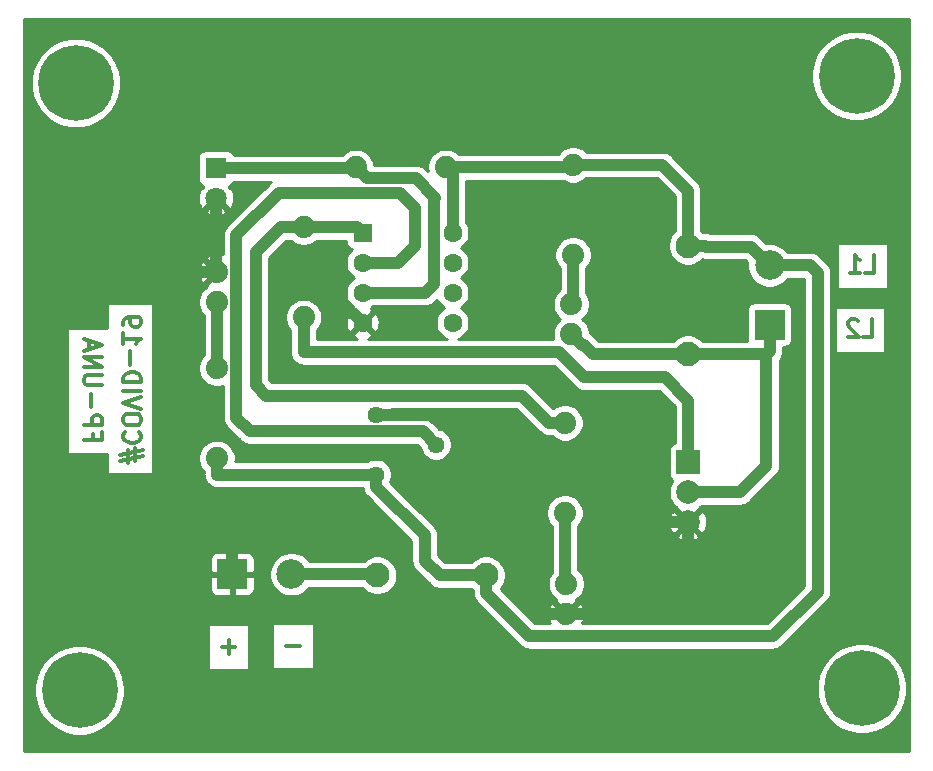
<source format=gbr>
G04 #@! TF.GenerationSoftware,KiCad,Pcbnew,(5.1.2)-2*
G04 #@! TF.CreationDate,2020-03-15T13:57:48-03:00*
G04 #@! TF.ProjectId,InfraRedGelUniversalDispenser,496e6672-6152-4656-9447-656c556e6976,00*
G04 #@! TF.SameCoordinates,Original*
G04 #@! TF.FileFunction,Copper,L2,Bot*
G04 #@! TF.FilePolarity,Positive*
%FSLAX46Y46*%
G04 Gerber Fmt 4.6, Leading zero omitted, Abs format (unit mm)*
G04 Created by KiCad (PCBNEW (5.1.2)-2) date 2020-03-15 13:57:48*
%MOMM*%
%LPD*%
G04 APERTURE LIST*
%ADD10C,0.375000*%
%ADD11C,6.400000*%
%ADD12C,0.800000*%
%ADD13C,1.600000*%
%ADD14R,1.600000X1.600000*%
%ADD15C,1.879600*%
%ADD16C,2.000000*%
%ADD17R,2.000000X2.000000*%
%ADD18C,2.500000*%
%ADD19R,2.500000X2.500000*%
%ADD20C,2.100000*%
%ADD21C,1.800000*%
%ADD22R,1.800000X1.800000*%
%ADD23C,1.440000*%
%ADD24C,1.000000*%
%ADD25C,0.254000*%
G04 APERTURE END LIST*
D10*
X108158742Y-96693371D02*
X108158742Y-97193371D01*
X107373028Y-97193371D02*
X108873028Y-97193371D01*
X108873028Y-96479085D01*
X107373028Y-95907657D02*
X108873028Y-95907657D01*
X108873028Y-95336228D01*
X108801600Y-95193371D01*
X108730171Y-95121942D01*
X108587314Y-95050514D01*
X108373028Y-95050514D01*
X108230171Y-95121942D01*
X108158742Y-95193371D01*
X108087314Y-95336228D01*
X108087314Y-95907657D01*
X107944457Y-94407657D02*
X107944457Y-93264800D01*
X108873028Y-92550514D02*
X107658742Y-92550514D01*
X107515885Y-92479085D01*
X107444457Y-92407657D01*
X107373028Y-92264800D01*
X107373028Y-91979085D01*
X107444457Y-91836228D01*
X107515885Y-91764800D01*
X107658742Y-91693371D01*
X108873028Y-91693371D01*
X107373028Y-90979085D02*
X108873028Y-90979085D01*
X107373028Y-90121942D01*
X108873028Y-90121942D01*
X107801600Y-89479085D02*
X107801600Y-88764800D01*
X107373028Y-89621942D02*
X108873028Y-89121942D01*
X107373028Y-88621942D01*
X111725828Y-98944142D02*
X111725828Y-97872714D01*
X112368685Y-98515571D02*
X110440114Y-98944142D01*
X111082971Y-98015571D02*
X111082971Y-99087000D01*
X110440114Y-98444142D02*
X112368685Y-98015571D01*
X110868685Y-96515571D02*
X110797257Y-96587000D01*
X110725828Y-96801285D01*
X110725828Y-96944142D01*
X110797257Y-97158428D01*
X110940114Y-97301285D01*
X111082971Y-97372714D01*
X111368685Y-97444142D01*
X111582971Y-97444142D01*
X111868685Y-97372714D01*
X112011542Y-97301285D01*
X112154400Y-97158428D01*
X112225828Y-96944142D01*
X112225828Y-96801285D01*
X112154400Y-96587000D01*
X112082971Y-96515571D01*
X112225828Y-95587000D02*
X112225828Y-95301285D01*
X112154400Y-95158428D01*
X112011542Y-95015571D01*
X111725828Y-94944142D01*
X111225828Y-94944142D01*
X110940114Y-95015571D01*
X110797257Y-95158428D01*
X110725828Y-95301285D01*
X110725828Y-95587000D01*
X110797257Y-95729857D01*
X110940114Y-95872714D01*
X111225828Y-95944142D01*
X111725828Y-95944142D01*
X112011542Y-95872714D01*
X112154400Y-95729857D01*
X112225828Y-95587000D01*
X112225828Y-94515571D02*
X110725828Y-94015571D01*
X112225828Y-93515571D01*
X110725828Y-93015571D02*
X112225828Y-93015571D01*
X110725828Y-92301285D02*
X112225828Y-92301285D01*
X112225828Y-91944142D01*
X112154400Y-91729857D01*
X112011542Y-91587000D01*
X111868685Y-91515571D01*
X111582971Y-91444142D01*
X111368685Y-91444142D01*
X111082971Y-91515571D01*
X110940114Y-91587000D01*
X110797257Y-91729857D01*
X110725828Y-91944142D01*
X110725828Y-92301285D01*
X111297257Y-90801285D02*
X111297257Y-89658428D01*
X110725828Y-88158428D02*
X110725828Y-89015571D01*
X110725828Y-88587000D02*
X112225828Y-88587000D01*
X112011542Y-88729857D01*
X111868685Y-88872714D01*
X111797257Y-89015571D01*
X110725828Y-87444142D02*
X110725828Y-87158428D01*
X110797257Y-87015571D01*
X110868685Y-86944142D01*
X111082971Y-86801285D01*
X111368685Y-86729857D01*
X111940114Y-86729857D01*
X112082971Y-86801285D01*
X112154400Y-86872714D01*
X112225828Y-87015571D01*
X112225828Y-87301285D01*
X112154400Y-87444142D01*
X112082971Y-87515571D01*
X111940114Y-87587000D01*
X111582971Y-87587000D01*
X111440114Y-87515571D01*
X111368685Y-87444142D01*
X111297257Y-87301285D01*
X111297257Y-87015571D01*
X111368685Y-86872714D01*
X111440114Y-86801285D01*
X111582971Y-86729857D01*
X173351000Y-88435571D02*
X174065285Y-88435571D01*
X174065285Y-86935571D01*
X172922428Y-87078428D02*
X172851000Y-87007000D01*
X172708142Y-86935571D01*
X172351000Y-86935571D01*
X172208142Y-87007000D01*
X172136714Y-87078428D01*
X172065285Y-87221285D01*
X172065285Y-87364142D01*
X172136714Y-87578428D01*
X172993857Y-88435571D01*
X172065285Y-88435571D01*
X173528800Y-83025371D02*
X174243085Y-83025371D01*
X174243085Y-81525371D01*
X172243085Y-83025371D02*
X173100228Y-83025371D01*
X172671657Y-83025371D02*
X172671657Y-81525371D01*
X172814514Y-81739657D01*
X172957371Y-81882514D01*
X173100228Y-81953942D01*
X125641028Y-114610342D02*
X124498171Y-114610342D01*
X120205428Y-114711942D02*
X119062571Y-114711942D01*
X119634000Y-115283371D02*
X119634000Y-114140514D01*
D11*
X106705400Y-66954400D03*
D12*
X109105400Y-66954400D03*
X108402456Y-68651456D03*
X106705400Y-69354400D03*
X105008344Y-68651456D03*
X104305400Y-66954400D03*
X105008344Y-65257344D03*
X106705400Y-64554400D03*
X108402456Y-65257344D03*
D11*
X107010200Y-118364000D03*
D12*
X109410200Y-118364000D03*
X108707256Y-120061056D03*
X107010200Y-120764000D03*
X105313144Y-120061056D03*
X104610200Y-118364000D03*
X105313144Y-116666944D03*
X107010200Y-115964000D03*
X108707256Y-116666944D03*
D11*
X173253400Y-118211600D03*
D12*
X175653400Y-118211600D03*
X174950456Y-119908656D03*
X173253400Y-120611600D03*
X171556344Y-119908656D03*
X170853400Y-118211600D03*
X171556344Y-116514544D03*
X173253400Y-115811600D03*
X174950456Y-116514544D03*
X174493256Y-64647744D03*
X172796200Y-63944800D03*
X171099144Y-64647744D03*
X170396200Y-66344800D03*
X171099144Y-68041856D03*
X172796200Y-68744800D03*
X174493256Y-68041856D03*
X175196200Y-66344800D03*
D11*
X172796200Y-66344800D03*
D13*
X138590201Y-79622801D03*
X138590201Y-82162801D03*
X138590201Y-84702801D03*
X138590201Y-87242801D03*
X130970201Y-87242801D03*
X130970201Y-84702801D03*
X130970201Y-82162801D03*
D14*
X130970201Y-79622801D03*
D15*
X148640800Y-88214200D03*
X148640800Y-85674200D03*
X148209000Y-111887000D03*
X148209000Y-109347000D03*
X118643400Y-82956400D03*
X118643400Y-85496400D03*
D16*
X158521400Y-104140000D03*
X158521400Y-101600000D03*
D17*
X158521400Y-99060000D03*
D18*
X124942600Y-108534200D03*
D19*
X119942600Y-108534200D03*
D18*
X165430200Y-82401400D03*
D19*
X165430200Y-87401400D03*
D20*
X132227200Y-108635800D03*
X141427200Y-108635800D03*
X158521400Y-89921200D03*
X158521400Y-80721200D03*
D21*
X118567200Y-76708000D03*
D22*
X118567200Y-74168000D03*
D23*
X132105400Y-100101400D03*
X137185400Y-97561400D03*
X132105400Y-95021400D03*
D15*
X148107400Y-103352600D03*
X148107400Y-95732600D03*
X125984000Y-86791800D03*
X125984000Y-79171800D03*
X148793200Y-81508600D03*
X148793200Y-73888600D03*
X138023600Y-74091800D03*
X130403600Y-74091800D03*
X118643400Y-98729800D03*
X118643400Y-91109800D03*
D24*
X130519200Y-79171800D02*
X130970201Y-79622801D01*
X125984000Y-79171800D02*
X130519200Y-79171800D01*
X124028200Y-79171800D02*
X125984000Y-79171800D01*
X146778323Y-95732600D02*
X144466923Y-93421200D01*
X148107400Y-95732600D02*
X146778323Y-95732600D01*
X144466923Y-93421200D02*
X122809000Y-93421200D01*
X122809000Y-93421200D02*
X121920000Y-92532200D01*
X121920000Y-92532200D02*
X121920000Y-81280000D01*
X121920000Y-81280000D02*
X124028200Y-79171800D01*
X132107770Y-82169000D02*
X132101571Y-82162801D01*
X134010400Y-82169000D02*
X132107770Y-82169000D01*
X132101571Y-82162801D02*
X130970201Y-82162801D01*
X135407400Y-80772000D02*
X134010400Y-82169000D01*
X135407400Y-77520800D02*
X135407400Y-80772000D01*
X120283201Y-95289601D02*
X120283201Y-79843399D01*
X120283201Y-79843399D02*
X123894991Y-76231609D01*
X123894991Y-76231609D02*
X134118209Y-76231609D01*
X134118209Y-76231609D02*
X135407400Y-77520800D01*
X121435001Y-96441401D02*
X120283201Y-95289601D01*
X136065401Y-96441401D02*
X121435001Y-96441401D01*
X137185400Y-97561400D02*
X136065401Y-96441401D01*
X118567200Y-82880200D02*
X118643400Y-82956400D01*
X118567200Y-76708000D02*
X118567200Y-82880200D01*
X149538077Y-111887000D02*
X149588877Y-111937800D01*
X148209000Y-111887000D02*
X149538077Y-111887000D01*
X149588877Y-111937800D02*
X156235400Y-111937800D01*
X158521400Y-109651800D02*
X158521400Y-104140000D01*
X156235400Y-111937800D02*
X158521400Y-109651800D01*
X119942600Y-106284200D02*
X115087400Y-101429000D01*
X119942600Y-108534200D02*
X119942600Y-106284200D01*
X115087400Y-101429000D02*
X115087400Y-97637600D01*
X118643400Y-82956400D02*
X116103400Y-82956400D01*
X116103400Y-82956400D02*
X115087400Y-83972400D01*
X115087400Y-83972400D02*
X115087400Y-94589600D01*
X115087400Y-94589600D02*
X115087400Y-97637600D01*
X125323600Y-91922600D02*
X133588060Y-91922600D01*
X123520200Y-90119200D02*
X125323600Y-91922600D01*
X123469400Y-90119200D02*
X123520200Y-90119200D01*
X130170202Y-86442802D02*
X129394202Y-86442802D01*
X130970201Y-87242801D02*
X130170202Y-86442802D01*
X129394202Y-86442802D02*
X127152400Y-84201000D01*
X125044200Y-84201000D02*
X123469400Y-85775800D01*
X127152400Y-84201000D02*
X125044200Y-84201000D01*
X123469400Y-85775800D02*
X123469400Y-90119200D01*
X133588060Y-91922600D02*
X146837400Y-91922600D01*
X146837400Y-91922600D02*
X148463000Y-93548200D01*
X148463000Y-93548200D02*
X152730200Y-93548200D01*
X152730200Y-93548200D02*
X154889200Y-95707200D01*
X154889200Y-95707200D02*
X154889200Y-102920800D01*
X154889200Y-102920800D02*
X156159200Y-104190800D01*
X156210000Y-104140000D02*
X158521400Y-104140000D01*
X156159200Y-104190800D02*
X156210000Y-104140000D01*
X145999200Y-111887000D02*
X148209000Y-111887000D01*
X144754600Y-110642400D02*
X145999200Y-111887000D01*
X132105400Y-95021400D02*
X140208000Y-95021400D01*
X140208000Y-95021400D02*
X144754600Y-99568000D01*
X144754600Y-102641400D02*
X144754600Y-110642400D01*
X144754600Y-99568000D02*
X144754600Y-102641400D01*
X115087400Y-94589600D02*
X117373400Y-94589600D01*
X117373400Y-94589600D02*
X121107200Y-98323400D01*
X138658600Y-102641400D02*
X144754600Y-102641400D01*
X121107200Y-98323400D02*
X134340600Y-98323400D01*
X134340600Y-98323400D02*
X138658600Y-102641400D01*
X130327400Y-74168000D02*
X130403600Y-74091800D01*
X118567200Y-74168000D02*
X130327400Y-74168000D01*
X136277199Y-84702801D02*
X130970201Y-84702801D01*
X131343399Y-75031599D02*
X135508999Y-75031599D01*
X130403600Y-74091800D02*
X131343399Y-75031599D01*
X135508999Y-75031599D02*
X137134600Y-76657200D01*
X137134600Y-76657200D02*
X136982200Y-76809600D01*
X136982200Y-76809600D02*
X136982200Y-83997800D01*
X136982200Y-83997800D02*
X136277199Y-84702801D01*
X118643400Y-85496400D02*
X118643400Y-91109800D01*
X148107400Y-109245400D02*
X148209000Y-109347000D01*
X148107400Y-103352600D02*
X148107400Y-109245400D01*
X165430200Y-89651400D02*
X165430200Y-87401400D01*
X165165600Y-89916000D02*
X165430200Y-89651400D01*
X160011524Y-89916000D02*
X165165600Y-89916000D01*
X160006324Y-89921200D02*
X160011524Y-89916000D01*
X158521400Y-89921200D02*
X160006324Y-89921200D01*
X158521400Y-101600000D02*
X162941000Y-101600000D01*
X165165600Y-99375400D02*
X165165600Y-89916000D01*
X162941000Y-101600000D02*
X165165600Y-99375400D01*
X149580599Y-89153999D02*
X149732999Y-89153999D01*
X148640800Y-88214200D02*
X149580599Y-89153999D01*
X150500200Y-89921200D02*
X158521400Y-89921200D01*
X149732999Y-89153999D02*
X150500200Y-89921200D01*
X148793200Y-85521800D02*
X148640800Y-85674200D01*
X148793200Y-81508600D02*
X148793200Y-85521800D01*
X132105400Y-101119633D02*
X132105400Y-100101400D01*
X136245600Y-105259833D02*
X132105400Y-101119633D01*
X136245600Y-107391200D02*
X136245600Y-105259833D01*
X141427200Y-108635800D02*
X137490200Y-108635800D01*
X137490200Y-108635800D02*
X136245600Y-107391200D01*
X131087167Y-100101400D02*
X132105400Y-100101400D01*
X118685923Y-100101400D02*
X131087167Y-100101400D01*
X118643400Y-100058877D02*
X118685923Y-100101400D01*
X118643400Y-98729800D02*
X118643400Y-100058877D01*
X148590000Y-74091800D02*
X148793200Y-73888600D01*
X138023600Y-74091800D02*
X148590000Y-74091800D01*
X158521400Y-76073000D02*
X158521400Y-80721200D01*
X148793200Y-73888600D02*
X156337000Y-73888600D01*
X156337000Y-73888600D02*
X158521400Y-76073000D01*
X160006324Y-80721200D02*
X160082524Y-80797400D01*
X158521400Y-80721200D02*
X160006324Y-80721200D01*
X163826200Y-80797400D02*
X165430200Y-82401400D01*
X160082524Y-80797400D02*
X163826200Y-80797400D01*
X141427200Y-110120724D02*
X145098476Y-113792000D01*
X141427200Y-108635800D02*
X141427200Y-110120724D01*
X145098476Y-113792000D02*
X165709600Y-113792000D01*
X165709600Y-113792000D02*
X169494200Y-110007400D01*
X169494200Y-110007400D02*
X169494200Y-83007200D01*
X168888400Y-82401400D02*
X165430200Y-82401400D01*
X169494200Y-83007200D02*
X168888400Y-82401400D01*
X138590201Y-74658401D02*
X138023600Y-74091800D01*
X138590201Y-79622801D02*
X138590201Y-74658401D01*
X132125600Y-108534200D02*
X132227200Y-108635800D01*
X124942600Y-108534200D02*
X132125600Y-108534200D01*
X159054800Y-99060000D02*
X158521400Y-99060000D01*
X158521400Y-96062800D02*
X158521400Y-99060000D01*
X125984000Y-89738200D02*
X147624800Y-89738200D01*
X125984000Y-86791800D02*
X125984000Y-89738200D01*
X147624800Y-89738200D02*
X149758400Y-91871800D01*
X149758400Y-91871800D02*
X156540200Y-91871800D01*
X156540200Y-91871800D02*
X158521400Y-93853000D01*
X158521400Y-93853000D02*
X158521400Y-96062800D01*
D25*
G36*
X177267401Y-123521000D02*
G01*
X102335250Y-123521000D01*
X102330810Y-117986285D01*
X103175200Y-117986285D01*
X103175200Y-118741715D01*
X103322577Y-119482628D01*
X103611667Y-120180554D01*
X104031361Y-120808670D01*
X104565530Y-121342839D01*
X105193646Y-121762533D01*
X105891572Y-122051623D01*
X106632485Y-122199000D01*
X107387915Y-122199000D01*
X108128828Y-122051623D01*
X108826754Y-121762533D01*
X109454870Y-121342839D01*
X109989039Y-120808670D01*
X110408733Y-120180554D01*
X110697823Y-119482628D01*
X110845200Y-118741715D01*
X110845200Y-117986285D01*
X110814886Y-117833885D01*
X169418400Y-117833885D01*
X169418400Y-118589315D01*
X169565777Y-119330228D01*
X169854867Y-120028154D01*
X170274561Y-120656270D01*
X170808730Y-121190439D01*
X171436846Y-121610133D01*
X172134772Y-121899223D01*
X172875685Y-122046600D01*
X173631115Y-122046600D01*
X174372028Y-121899223D01*
X175069954Y-121610133D01*
X175698070Y-121190439D01*
X176232239Y-120656270D01*
X176651933Y-120028154D01*
X176941023Y-119330228D01*
X177088400Y-118589315D01*
X177088400Y-117833885D01*
X176941023Y-117092972D01*
X176651933Y-116395046D01*
X176232239Y-115766930D01*
X175698070Y-115232761D01*
X175069954Y-114813067D01*
X174372028Y-114523977D01*
X173631115Y-114376600D01*
X172875685Y-114376600D01*
X172134772Y-114523977D01*
X171436846Y-114813067D01*
X170808730Y-115232761D01*
X170274561Y-115766930D01*
X169854867Y-116395046D01*
X169565777Y-117092972D01*
X169418400Y-117833885D01*
X110814886Y-117833885D01*
X110697823Y-117245372D01*
X110408733Y-116547446D01*
X109989039Y-115919330D01*
X109454870Y-115385161D01*
X108826754Y-114965467D01*
X108128828Y-114676377D01*
X107387915Y-114529000D01*
X106632485Y-114529000D01*
X105891572Y-114676377D01*
X105193646Y-114965467D01*
X104565530Y-115385161D01*
X104031361Y-115919330D01*
X103611667Y-116547446D01*
X103322577Y-117245372D01*
X103175200Y-117986285D01*
X102330810Y-117986285D01*
X102326647Y-112796050D01*
X117882929Y-112796050D01*
X117882929Y-116691050D01*
X121385072Y-116691050D01*
X121385072Y-112796050D01*
X117882929Y-112796050D01*
X102326647Y-112796050D01*
X102326566Y-112694450D01*
X123318529Y-112694450D01*
X123318529Y-116589450D01*
X126820672Y-116589450D01*
X126820672Y-112694450D01*
X123318529Y-112694450D01*
X102326566Y-112694450D01*
X102324231Y-109784200D01*
X118054528Y-109784200D01*
X118066788Y-109908682D01*
X118103098Y-110028380D01*
X118162063Y-110138694D01*
X118241415Y-110235385D01*
X118338106Y-110314737D01*
X118448420Y-110373702D01*
X118568118Y-110410012D01*
X118692600Y-110422272D01*
X119656850Y-110419200D01*
X119815600Y-110260450D01*
X119815600Y-108661200D01*
X120069600Y-108661200D01*
X120069600Y-110260450D01*
X120228350Y-110419200D01*
X121192600Y-110422272D01*
X121317082Y-110410012D01*
X121436780Y-110373702D01*
X121547094Y-110314737D01*
X121643785Y-110235385D01*
X121723137Y-110138694D01*
X121782102Y-110028380D01*
X121818412Y-109908682D01*
X121830672Y-109784200D01*
X121827600Y-108819950D01*
X121668850Y-108661200D01*
X120069600Y-108661200D01*
X119815600Y-108661200D01*
X118216350Y-108661200D01*
X118057600Y-108819950D01*
X118054528Y-109784200D01*
X102324231Y-109784200D01*
X102322226Y-107284200D01*
X118054528Y-107284200D01*
X118057600Y-108248450D01*
X118216350Y-108407200D01*
X119815600Y-108407200D01*
X119815600Y-106807950D01*
X120069600Y-106807950D01*
X120069600Y-108407200D01*
X121668850Y-108407200D01*
X121727506Y-108348544D01*
X123057600Y-108348544D01*
X123057600Y-108719856D01*
X123130039Y-109084034D01*
X123272134Y-109427082D01*
X123478425Y-109735818D01*
X123740982Y-109998375D01*
X124049718Y-110204666D01*
X124392766Y-110346761D01*
X124756944Y-110419200D01*
X125128256Y-110419200D01*
X125492434Y-110346761D01*
X125835482Y-110204666D01*
X126144218Y-109998375D01*
X126406775Y-109735818D01*
X126451288Y-109669200D01*
X130891163Y-109669200D01*
X130918375Y-109709925D01*
X131153075Y-109944625D01*
X131429053Y-110129028D01*
X131735704Y-110256046D01*
X132061242Y-110320800D01*
X132393158Y-110320800D01*
X132718696Y-110256046D01*
X133025347Y-110129028D01*
X133301325Y-109944625D01*
X133536025Y-109709925D01*
X133720428Y-109433947D01*
X133847446Y-109127296D01*
X133912200Y-108801758D01*
X133912200Y-108469842D01*
X133847446Y-108144304D01*
X133720428Y-107837653D01*
X133536025Y-107561675D01*
X133301325Y-107326975D01*
X133025347Y-107142572D01*
X132718696Y-107015554D01*
X132393158Y-106950800D01*
X132061242Y-106950800D01*
X131735704Y-107015554D01*
X131429053Y-107142572D01*
X131153075Y-107326975D01*
X131080850Y-107399200D01*
X126451288Y-107399200D01*
X126406775Y-107332582D01*
X126144218Y-107070025D01*
X125835482Y-106863734D01*
X125492434Y-106721639D01*
X125128256Y-106649200D01*
X124756944Y-106649200D01*
X124392766Y-106721639D01*
X124049718Y-106863734D01*
X123740982Y-107070025D01*
X123478425Y-107332582D01*
X123272134Y-107641318D01*
X123130039Y-107984366D01*
X123057600Y-108348544D01*
X121727506Y-108348544D01*
X121827600Y-108248450D01*
X121830672Y-107284200D01*
X121818412Y-107159718D01*
X121782102Y-107040020D01*
X121723137Y-106929706D01*
X121643785Y-106833015D01*
X121547094Y-106753663D01*
X121436780Y-106694698D01*
X121317082Y-106658388D01*
X121192600Y-106646128D01*
X120228350Y-106649200D01*
X120069600Y-106807950D01*
X119815600Y-106807950D01*
X119656850Y-106649200D01*
X118692600Y-106646128D01*
X118568118Y-106658388D01*
X118448420Y-106694698D01*
X118338106Y-106753663D01*
X118241415Y-106833015D01*
X118162063Y-106929706D01*
X118103098Y-107040020D01*
X118066788Y-107159718D01*
X118054528Y-107284200D01*
X102322226Y-107284200D01*
X102306479Y-87656586D01*
X105965350Y-87656586D01*
X105965350Y-98373015D01*
X109318150Y-98373015D01*
X109318150Y-100052357D01*
X113213150Y-100052357D01*
X113213150Y-85621643D01*
X109318150Y-85621643D01*
X109318150Y-87656586D01*
X105965350Y-87656586D01*
X102306479Y-87656586D01*
X102302761Y-83021377D01*
X117062316Y-83021377D01*
X117105373Y-83328584D01*
X117207535Y-83621486D01*
X117292677Y-83780777D01*
X117550924Y-83869271D01*
X118463795Y-82956400D01*
X117550924Y-82043529D01*
X117292677Y-82132023D01*
X117157803Y-82411376D01*
X117080019Y-82711675D01*
X117062316Y-83021377D01*
X102302761Y-83021377D01*
X102298550Y-77772080D01*
X117682725Y-77772080D01*
X117766408Y-78026261D01*
X118038975Y-78157158D01*
X118331842Y-78232365D01*
X118633753Y-78248991D01*
X118933107Y-78206397D01*
X119218399Y-78106222D01*
X119367992Y-78026261D01*
X119451675Y-77772080D01*
X118567200Y-76887605D01*
X117682725Y-77772080D01*
X102298550Y-77772080D01*
X102297749Y-76774553D01*
X117026209Y-76774553D01*
X117068803Y-77073907D01*
X117168978Y-77359199D01*
X117248939Y-77508792D01*
X117503120Y-77592475D01*
X118387595Y-76708000D01*
X118373453Y-76693858D01*
X118553058Y-76514253D01*
X118567200Y-76528395D01*
X118581343Y-76514253D01*
X118760948Y-76693858D01*
X118746805Y-76708000D01*
X119631280Y-77592475D01*
X119885461Y-77508792D01*
X120016358Y-77236225D01*
X120091565Y-76943358D01*
X120108191Y-76641447D01*
X120065597Y-76342093D01*
X119965422Y-76056801D01*
X119885461Y-75907208D01*
X119631282Y-75823526D01*
X119747230Y-75707578D01*
X119700465Y-75660813D01*
X119711380Y-75657502D01*
X119821694Y-75598537D01*
X119918385Y-75519185D01*
X119997737Y-75422494D01*
X120056702Y-75312180D01*
X120059487Y-75303000D01*
X123237394Y-75303000D01*
X123088542Y-75425160D01*
X123053000Y-75468468D01*
X119520061Y-79001408D01*
X119476753Y-79036950D01*
X119334918Y-79209776D01*
X119278585Y-79315169D01*
X119229525Y-79406953D01*
X119164624Y-79620901D01*
X119142710Y-79843399D01*
X119148202Y-79899160D01*
X119148202Y-81460385D01*
X118888125Y-81393019D01*
X118578423Y-81375316D01*
X118271216Y-81418373D01*
X117978314Y-81520535D01*
X117819023Y-81605677D01*
X117730529Y-81863924D01*
X118643400Y-82776795D01*
X118657543Y-82762653D01*
X118837148Y-82942258D01*
X118823005Y-82956400D01*
X118837148Y-82970543D01*
X118657543Y-83150148D01*
X118643400Y-83136005D01*
X117730529Y-84048876D01*
X117776114Y-84181905D01*
X117639523Y-84273173D01*
X117420173Y-84492523D01*
X117247830Y-84750452D01*
X117129118Y-85037048D01*
X117068600Y-85341296D01*
X117068600Y-85651504D01*
X117129118Y-85955752D01*
X117247830Y-86242348D01*
X117420173Y-86500277D01*
X117508400Y-86588504D01*
X117508401Y-90017695D01*
X117420173Y-90105923D01*
X117247830Y-90363852D01*
X117129118Y-90650448D01*
X117068600Y-90954696D01*
X117068600Y-91264904D01*
X117129118Y-91569152D01*
X117247830Y-91855748D01*
X117420173Y-92113677D01*
X117639523Y-92333027D01*
X117897452Y-92505370D01*
X118184048Y-92624082D01*
X118488296Y-92684600D01*
X118798504Y-92684600D01*
X119102752Y-92624082D01*
X119148201Y-92605256D01*
X119148201Y-95233850D01*
X119142710Y-95289601D01*
X119148201Y-95345352D01*
X119164624Y-95512099D01*
X119229525Y-95726047D01*
X119334917Y-95923224D01*
X119476752Y-96096050D01*
X119520065Y-96131597D01*
X120593009Y-97204541D01*
X120628552Y-97247850D01*
X120801378Y-97389685D01*
X120998554Y-97495077D01*
X121162706Y-97544872D01*
X121212501Y-97559978D01*
X121226940Y-97561400D01*
X121379249Y-97576401D01*
X121379256Y-97576401D01*
X121435000Y-97581891D01*
X121490744Y-97576401D01*
X135595270Y-97576401D01*
X135859371Y-97840502D01*
X135882472Y-97956639D01*
X135984615Y-98203233D01*
X136132903Y-98425162D01*
X136321638Y-98613897D01*
X136543567Y-98762185D01*
X136790161Y-98864328D01*
X137051944Y-98916400D01*
X137318856Y-98916400D01*
X137580639Y-98864328D01*
X137827233Y-98762185D01*
X138049162Y-98613897D01*
X138237897Y-98425162D01*
X138386185Y-98203233D01*
X138488328Y-97956639D01*
X138540400Y-97694856D01*
X138540400Y-97427944D01*
X138488328Y-97166161D01*
X138386185Y-96919567D01*
X138237897Y-96697638D01*
X138049162Y-96508903D01*
X137827233Y-96360615D01*
X137580639Y-96258472D01*
X137464502Y-96235371D01*
X136907397Y-95678265D01*
X136871850Y-95634952D01*
X136699024Y-95493117D01*
X136501848Y-95387725D01*
X136287900Y-95322824D01*
X136121153Y-95306401D01*
X136121152Y-95306401D01*
X136065401Y-95300910D01*
X136009650Y-95306401D01*
X133430653Y-95306401D01*
X133453211Y-95214373D01*
X133464961Y-94947720D01*
X133424463Y-94683899D01*
X133378043Y-94556200D01*
X143996792Y-94556200D01*
X145936332Y-96495741D01*
X145971874Y-96539049D01*
X146144700Y-96680884D01*
X146341876Y-96786276D01*
X146506028Y-96836071D01*
X146555823Y-96851177D01*
X146576816Y-96853244D01*
X146722571Y-96867600D01*
X146722578Y-96867600D01*
X146778322Y-96873090D01*
X146834066Y-96867600D01*
X147015296Y-96867600D01*
X147103523Y-96955827D01*
X147361452Y-97128170D01*
X147648048Y-97246882D01*
X147952296Y-97307400D01*
X148262504Y-97307400D01*
X148566752Y-97246882D01*
X148853348Y-97128170D01*
X149111277Y-96955827D01*
X149330627Y-96736477D01*
X149502970Y-96478548D01*
X149621682Y-96191952D01*
X149682200Y-95887704D01*
X149682200Y-95577496D01*
X149621682Y-95273248D01*
X149502970Y-94986652D01*
X149330627Y-94728723D01*
X149111277Y-94509373D01*
X148853348Y-94337030D01*
X148566752Y-94218318D01*
X148262504Y-94157800D01*
X147952296Y-94157800D01*
X147648048Y-94218318D01*
X147361452Y-94337030D01*
X147137515Y-94486660D01*
X145308919Y-92658065D01*
X145273372Y-92614751D01*
X145100546Y-92472916D01*
X144903370Y-92367524D01*
X144689422Y-92302623D01*
X144522675Y-92286200D01*
X144522674Y-92286200D01*
X144466923Y-92280709D01*
X144411172Y-92286200D01*
X123279132Y-92286200D01*
X123055000Y-92062069D01*
X123055000Y-81750131D01*
X124498332Y-80306800D01*
X124891896Y-80306800D01*
X124980123Y-80395027D01*
X125238052Y-80567370D01*
X125524648Y-80686082D01*
X125828896Y-80746600D01*
X126139104Y-80746600D01*
X126443352Y-80686082D01*
X126729948Y-80567370D01*
X126987877Y-80395027D01*
X127076104Y-80306800D01*
X129532129Y-80306800D01*
X129532129Y-80422801D01*
X129544389Y-80547283D01*
X129580699Y-80666981D01*
X129639664Y-80777295D01*
X129719016Y-80873986D01*
X129815707Y-80953338D01*
X129926021Y-81012303D01*
X130045719Y-81048613D01*
X130054162Y-81049444D01*
X129855564Y-81248042D01*
X129698521Y-81483074D01*
X129590348Y-81744227D01*
X129535201Y-82021466D01*
X129535201Y-82304136D01*
X129590348Y-82581375D01*
X129698521Y-82842528D01*
X129855564Y-83077560D01*
X130055442Y-83277438D01*
X130287960Y-83432801D01*
X130055442Y-83588164D01*
X129855564Y-83788042D01*
X129698521Y-84023074D01*
X129590348Y-84284227D01*
X129535201Y-84561466D01*
X129535201Y-84844136D01*
X129590348Y-85121375D01*
X129698521Y-85382528D01*
X129855564Y-85617560D01*
X130055442Y-85817438D01*
X130289329Y-85973716D01*
X130228687Y-86006130D01*
X130157104Y-86250099D01*
X130970201Y-87063196D01*
X131783298Y-86250099D01*
X131711715Y-86006130D01*
X131647209Y-85975607D01*
X131649928Y-85974481D01*
X131854485Y-85837801D01*
X136221448Y-85837801D01*
X136277199Y-85843292D01*
X136332950Y-85837801D01*
X136332951Y-85837801D01*
X136499698Y-85821378D01*
X136713646Y-85756477D01*
X136910822Y-85651085D01*
X137083648Y-85509250D01*
X137119195Y-85465936D01*
X137284569Y-85300562D01*
X137318521Y-85382528D01*
X137475564Y-85617560D01*
X137675442Y-85817438D01*
X137907960Y-85972801D01*
X137675442Y-86128164D01*
X137475564Y-86328042D01*
X137318521Y-86563074D01*
X137210348Y-86824227D01*
X137155201Y-87101466D01*
X137155201Y-87384136D01*
X137210348Y-87661375D01*
X137318521Y-87922528D01*
X137475564Y-88157560D01*
X137675442Y-88357438D01*
X137910474Y-88514481D01*
X138124661Y-88603200D01*
X131427675Y-88603200D01*
X131586493Y-88546404D01*
X131711715Y-88479472D01*
X131783298Y-88235503D01*
X130970201Y-87422406D01*
X130157104Y-88235503D01*
X130228687Y-88479472D01*
X130484197Y-88600372D01*
X130495479Y-88603200D01*
X127119000Y-88603200D01*
X127119000Y-87883904D01*
X127207227Y-87795677D01*
X127379570Y-87537748D01*
X127472534Y-87313313D01*
X129529984Y-87313313D01*
X129571414Y-87592931D01*
X129666598Y-87859093D01*
X129733530Y-87984315D01*
X129977499Y-88055898D01*
X130790596Y-87242801D01*
X131149806Y-87242801D01*
X131962903Y-88055898D01*
X132206872Y-87984315D01*
X132327772Y-87728805D01*
X132396501Y-87454617D01*
X132410418Y-87172289D01*
X132368988Y-86892671D01*
X132273804Y-86626509D01*
X132206872Y-86501287D01*
X131962903Y-86429704D01*
X131149806Y-87242801D01*
X130790596Y-87242801D01*
X129977499Y-86429704D01*
X129733530Y-86501287D01*
X129612630Y-86756797D01*
X129543901Y-87030985D01*
X129529984Y-87313313D01*
X127472534Y-87313313D01*
X127498282Y-87251152D01*
X127558800Y-86946904D01*
X127558800Y-86636696D01*
X127498282Y-86332448D01*
X127379570Y-86045852D01*
X127207227Y-85787923D01*
X126987877Y-85568573D01*
X126729948Y-85396230D01*
X126443352Y-85277518D01*
X126139104Y-85217000D01*
X125828896Y-85217000D01*
X125524648Y-85277518D01*
X125238052Y-85396230D01*
X124980123Y-85568573D01*
X124760773Y-85787923D01*
X124588430Y-86045852D01*
X124469718Y-86332448D01*
X124409200Y-86636696D01*
X124409200Y-86946904D01*
X124469718Y-87251152D01*
X124588430Y-87537748D01*
X124760773Y-87795677D01*
X124849000Y-87883904D01*
X124849001Y-89682439D01*
X124843509Y-89738200D01*
X124865423Y-89960699D01*
X124930324Y-90174647D01*
X125035716Y-90371823D01*
X125177551Y-90544649D01*
X125350377Y-90686484D01*
X125547553Y-90791876D01*
X125761501Y-90856777D01*
X125928248Y-90873200D01*
X125928249Y-90873200D01*
X125984000Y-90878691D01*
X126039752Y-90873200D01*
X147154669Y-90873200D01*
X148916409Y-92634941D01*
X148951951Y-92678249D01*
X149124777Y-92820084D01*
X149321953Y-92925476D01*
X149535901Y-92990377D01*
X149758399Y-93012291D01*
X149814151Y-93006800D01*
X156070069Y-93006800D01*
X157386400Y-94323132D01*
X157386401Y-96007039D01*
X157386400Y-96007049D01*
X157386400Y-97437378D01*
X157277220Y-97470498D01*
X157166906Y-97529463D01*
X157070215Y-97608815D01*
X156990863Y-97705506D01*
X156931898Y-97815820D01*
X156895588Y-97935518D01*
X156883328Y-98060000D01*
X156883328Y-100060000D01*
X156895588Y-100184482D01*
X156931898Y-100304180D01*
X156990863Y-100414494D01*
X157070215Y-100511185D01*
X157166906Y-100590537D01*
X157213030Y-100615191D01*
X157072482Y-100825537D01*
X156949232Y-101123088D01*
X156886400Y-101438967D01*
X156886400Y-101761033D01*
X156949232Y-102076912D01*
X157072482Y-102374463D01*
X157251413Y-102642252D01*
X157479148Y-102869987D01*
X157588000Y-102942720D01*
X157565592Y-103004587D01*
X158521400Y-103960395D01*
X159477208Y-103004587D01*
X159454800Y-102942720D01*
X159563652Y-102869987D01*
X159698639Y-102735000D01*
X162885249Y-102735000D01*
X162941000Y-102740491D01*
X162996751Y-102735000D01*
X162996752Y-102735000D01*
X163163499Y-102718577D01*
X163377447Y-102653676D01*
X163574623Y-102548284D01*
X163747449Y-102406449D01*
X163782996Y-102363135D01*
X165928741Y-100217391D01*
X165972049Y-100181849D01*
X166113884Y-100009023D01*
X166219276Y-99811847D01*
X166284177Y-99597899D01*
X166300600Y-99431152D01*
X166300600Y-99431143D01*
X166306090Y-99375401D01*
X166300600Y-99319659D01*
X166300600Y-90379925D01*
X166378484Y-90285023D01*
X166483876Y-90087847D01*
X166548777Y-89873899D01*
X166565200Y-89707152D01*
X166565200Y-89707151D01*
X166570691Y-89651400D01*
X166565200Y-89595649D01*
X166565200Y-89289472D01*
X166680200Y-89289472D01*
X166804682Y-89277212D01*
X166924380Y-89240902D01*
X167034694Y-89181937D01*
X167131385Y-89102585D01*
X167210737Y-89005894D01*
X167269702Y-88895580D01*
X167306012Y-88775882D01*
X167318272Y-88651400D01*
X167318272Y-86151400D01*
X167306012Y-86026918D01*
X167269702Y-85907220D01*
X167210737Y-85796906D01*
X167131385Y-85700215D01*
X167034694Y-85620863D01*
X166924380Y-85561898D01*
X166804682Y-85525588D01*
X166680200Y-85513328D01*
X164180200Y-85513328D01*
X164055718Y-85525588D01*
X163936020Y-85561898D01*
X163825706Y-85620863D01*
X163729015Y-85700215D01*
X163649663Y-85796906D01*
X163590698Y-85907220D01*
X163554388Y-86026918D01*
X163542128Y-86151400D01*
X163542128Y-88651400D01*
X163554388Y-88775882D01*
X163555941Y-88781000D01*
X160067275Y-88781000D01*
X160011524Y-88775509D01*
X159955773Y-88781000D01*
X159955772Y-88781000D01*
X159902975Y-88786200D01*
X159769350Y-88786200D01*
X159595525Y-88612375D01*
X159319547Y-88427972D01*
X159012896Y-88300954D01*
X158687358Y-88236200D01*
X158355442Y-88236200D01*
X158029904Y-88300954D01*
X157723253Y-88427972D01*
X157447275Y-88612375D01*
X157273450Y-88786200D01*
X150970332Y-88786200D01*
X150574994Y-88390863D01*
X150539448Y-88347550D01*
X150366622Y-88205715D01*
X150215600Y-88124993D01*
X150215600Y-88059096D01*
X150155082Y-87754848D01*
X150036370Y-87468252D01*
X149864027Y-87210323D01*
X149644677Y-86990973D01*
X149574676Y-86944200D01*
X149644677Y-86897427D01*
X149864027Y-86678077D01*
X150036370Y-86420148D01*
X150155082Y-86133552D01*
X150215600Y-85829304D01*
X150215600Y-85519096D01*
X150155082Y-85214848D01*
X150036370Y-84928252D01*
X149928200Y-84766364D01*
X149928200Y-82600704D01*
X150016427Y-82512477D01*
X150188770Y-82254548D01*
X150307482Y-81967952D01*
X150368000Y-81663704D01*
X150368000Y-81353496D01*
X150307482Y-81049248D01*
X150188770Y-80762652D01*
X150016427Y-80504723D01*
X149797077Y-80285373D01*
X149539148Y-80113030D01*
X149252552Y-79994318D01*
X148948304Y-79933800D01*
X148638096Y-79933800D01*
X148333848Y-79994318D01*
X148047252Y-80113030D01*
X147789323Y-80285373D01*
X147569973Y-80504723D01*
X147397630Y-80762652D01*
X147278918Y-81049248D01*
X147218400Y-81353496D01*
X147218400Y-81663704D01*
X147278918Y-81967952D01*
X147397630Y-82254548D01*
X147569973Y-82512477D01*
X147658200Y-82600704D01*
X147658201Y-84436756D01*
X147636923Y-84450973D01*
X147417573Y-84670323D01*
X147245230Y-84928252D01*
X147126518Y-85214848D01*
X147066000Y-85519096D01*
X147066000Y-85829304D01*
X147126518Y-86133552D01*
X147245230Y-86420148D01*
X147417573Y-86678077D01*
X147636923Y-86897427D01*
X147706924Y-86944200D01*
X147636923Y-86990973D01*
X147417573Y-87210323D01*
X147245230Y-87468252D01*
X147126518Y-87754848D01*
X147066000Y-88059096D01*
X147066000Y-88369304D01*
X147112524Y-88603200D01*
X139055741Y-88603200D01*
X139269928Y-88514481D01*
X139504960Y-88357438D01*
X139704838Y-88157560D01*
X139861881Y-87922528D01*
X139970054Y-87661375D01*
X140025201Y-87384136D01*
X140025201Y-87101466D01*
X139970054Y-86824227D01*
X139861881Y-86563074D01*
X139704838Y-86328042D01*
X139504960Y-86128164D01*
X139272442Y-85972801D01*
X139504960Y-85817438D01*
X139704838Y-85617560D01*
X139861881Y-85382528D01*
X139970054Y-85121375D01*
X140025201Y-84844136D01*
X140025201Y-84561466D01*
X139970054Y-84284227D01*
X139861881Y-84023074D01*
X139704838Y-83788042D01*
X139504960Y-83588164D01*
X139272442Y-83432801D01*
X139504960Y-83277438D01*
X139704838Y-83077560D01*
X139861881Y-82842528D01*
X139970054Y-82581375D01*
X140025201Y-82304136D01*
X140025201Y-82021466D01*
X139970054Y-81744227D01*
X139861881Y-81483074D01*
X139704838Y-81248042D01*
X139504960Y-81048164D01*
X139272442Y-80892801D01*
X139504960Y-80737438D01*
X139704838Y-80537560D01*
X139861881Y-80302528D01*
X139970054Y-80041375D01*
X140025201Y-79764136D01*
X140025201Y-79481466D01*
X139970054Y-79204227D01*
X139861881Y-78943074D01*
X139725201Y-78738517D01*
X139725201Y-75226800D01*
X147961392Y-75226800D01*
X148047252Y-75284170D01*
X148333848Y-75402882D01*
X148638096Y-75463400D01*
X148948304Y-75463400D01*
X149252552Y-75402882D01*
X149539148Y-75284170D01*
X149797077Y-75111827D01*
X149885304Y-75023600D01*
X155866869Y-75023600D01*
X157386400Y-76543132D01*
X157386401Y-79473249D01*
X157212575Y-79647075D01*
X157028172Y-79923053D01*
X156901154Y-80229704D01*
X156836400Y-80555242D01*
X156836400Y-80887158D01*
X156901154Y-81212696D01*
X157028172Y-81519347D01*
X157212575Y-81795325D01*
X157447275Y-82030025D01*
X157723253Y-82214428D01*
X158029904Y-82341446D01*
X158355442Y-82406200D01*
X158687358Y-82406200D01*
X159012896Y-82341446D01*
X159319547Y-82214428D01*
X159595525Y-82030025D01*
X159744590Y-81880960D01*
X159860025Y-81915977D01*
X160026772Y-81932400D01*
X160082523Y-81937891D01*
X160138275Y-81932400D01*
X163356069Y-81932400D01*
X163560831Y-82137162D01*
X163545200Y-82215744D01*
X163545200Y-82587056D01*
X163617639Y-82951234D01*
X163759734Y-83294282D01*
X163966025Y-83603018D01*
X164228582Y-83865575D01*
X164537318Y-84071866D01*
X164880366Y-84213961D01*
X165244544Y-84286400D01*
X165615856Y-84286400D01*
X165980034Y-84213961D01*
X166323082Y-84071866D01*
X166631818Y-83865575D01*
X166894375Y-83603018D01*
X166938888Y-83536400D01*
X168359201Y-83536400D01*
X168359200Y-109537267D01*
X165239469Y-112657000D01*
X149585977Y-112657000D01*
X149694597Y-112432024D01*
X149772381Y-112131725D01*
X149790084Y-111822023D01*
X149747027Y-111514816D01*
X149644865Y-111221914D01*
X149559723Y-111062623D01*
X149301476Y-110974129D01*
X148388605Y-111887000D01*
X148402748Y-111901143D01*
X148223143Y-112080748D01*
X148209000Y-112066605D01*
X148194858Y-112080748D01*
X148015253Y-111901143D01*
X148029395Y-111887000D01*
X147116524Y-110974129D01*
X146858277Y-111062623D01*
X146723403Y-111341976D01*
X146645619Y-111642275D01*
X146627916Y-111951977D01*
X146670973Y-112259184D01*
X146773135Y-112552086D01*
X146829212Y-112657000D01*
X145568608Y-112657000D01*
X142678779Y-109767171D01*
X142736025Y-109709925D01*
X142920428Y-109433947D01*
X143047446Y-109127296D01*
X143112200Y-108801758D01*
X143112200Y-108469842D01*
X143047446Y-108144304D01*
X142920428Y-107837653D01*
X142736025Y-107561675D01*
X142501325Y-107326975D01*
X142225347Y-107142572D01*
X141918696Y-107015554D01*
X141593158Y-106950800D01*
X141261242Y-106950800D01*
X140935704Y-107015554D01*
X140629053Y-107142572D01*
X140353075Y-107326975D01*
X140179250Y-107500800D01*
X137960332Y-107500800D01*
X137380600Y-106921069D01*
X137380600Y-105315584D01*
X137386091Y-105259833D01*
X137364177Y-105037334D01*
X137299276Y-104823386D01*
X137193884Y-104626210D01*
X137052049Y-104453384D01*
X137008741Y-104417842D01*
X135788395Y-103197496D01*
X146532600Y-103197496D01*
X146532600Y-103507704D01*
X146593118Y-103811952D01*
X146711830Y-104098548D01*
X146884173Y-104356477D01*
X146972400Y-104444704D01*
X146972401Y-108363136D01*
X146813430Y-108601052D01*
X146694718Y-108887648D01*
X146634200Y-109191896D01*
X146634200Y-109502104D01*
X146694718Y-109806352D01*
X146813430Y-110092948D01*
X146985773Y-110350877D01*
X147205123Y-110570227D01*
X147341714Y-110661495D01*
X147296129Y-110794524D01*
X148209000Y-111707395D01*
X149121871Y-110794524D01*
X149076286Y-110661495D01*
X149212877Y-110570227D01*
X149432227Y-110350877D01*
X149604570Y-110092948D01*
X149723282Y-109806352D01*
X149783800Y-109502104D01*
X149783800Y-109191896D01*
X149723282Y-108887648D01*
X149604570Y-108601052D01*
X149432227Y-108343123D01*
X149242400Y-108153296D01*
X149242400Y-105275413D01*
X157565592Y-105275413D01*
X157661356Y-105539814D01*
X157950971Y-105680704D01*
X158262508Y-105762384D01*
X158583995Y-105781718D01*
X158903075Y-105737961D01*
X159207488Y-105632795D01*
X159381444Y-105539814D01*
X159477208Y-105275413D01*
X158521400Y-104319605D01*
X157565592Y-105275413D01*
X149242400Y-105275413D01*
X149242400Y-104444704D01*
X149330627Y-104356477D01*
X149433447Y-104202595D01*
X156879682Y-104202595D01*
X156923439Y-104521675D01*
X157028605Y-104826088D01*
X157121586Y-105000044D01*
X157385987Y-105095808D01*
X158341795Y-104140000D01*
X158701005Y-104140000D01*
X159656813Y-105095808D01*
X159921214Y-105000044D01*
X160062104Y-104710429D01*
X160143784Y-104398892D01*
X160163118Y-104077405D01*
X160119361Y-103758325D01*
X160014195Y-103453912D01*
X159921214Y-103279956D01*
X159656813Y-103184192D01*
X158701005Y-104140000D01*
X158341795Y-104140000D01*
X157385987Y-103184192D01*
X157121586Y-103279956D01*
X156980696Y-103569571D01*
X156899016Y-103881108D01*
X156879682Y-104202595D01*
X149433447Y-104202595D01*
X149502970Y-104098548D01*
X149621682Y-103811952D01*
X149682200Y-103507704D01*
X149682200Y-103197496D01*
X149621682Y-102893248D01*
X149502970Y-102606652D01*
X149330627Y-102348723D01*
X149111277Y-102129373D01*
X148853348Y-101957030D01*
X148566752Y-101838318D01*
X148262504Y-101777800D01*
X147952296Y-101777800D01*
X147648048Y-101838318D01*
X147361452Y-101957030D01*
X147103523Y-102129373D01*
X146884173Y-102348723D01*
X146711830Y-102606652D01*
X146593118Y-102893248D01*
X146532600Y-103197496D01*
X135788395Y-103197496D01*
X133314370Y-100723472D01*
X133408328Y-100496639D01*
X133460400Y-100234856D01*
X133460400Y-99967944D01*
X133408328Y-99706161D01*
X133306185Y-99459567D01*
X133157897Y-99237638D01*
X132969162Y-99048903D01*
X132747233Y-98900615D01*
X132500639Y-98798472D01*
X132238856Y-98746400D01*
X131971944Y-98746400D01*
X131710161Y-98798472D01*
X131463567Y-98900615D01*
X131365113Y-98966400D01*
X120201990Y-98966400D01*
X120218200Y-98884904D01*
X120218200Y-98574696D01*
X120157682Y-98270448D01*
X120038970Y-97983852D01*
X119866627Y-97725923D01*
X119647277Y-97506573D01*
X119389348Y-97334230D01*
X119102752Y-97215518D01*
X118798504Y-97155000D01*
X118488296Y-97155000D01*
X118184048Y-97215518D01*
X117897452Y-97334230D01*
X117639523Y-97506573D01*
X117420173Y-97725923D01*
X117247830Y-97983852D01*
X117129118Y-98270448D01*
X117068600Y-98574696D01*
X117068600Y-98884904D01*
X117129118Y-99189152D01*
X117247830Y-99475748D01*
X117420173Y-99733677D01*
X117508400Y-99821904D01*
X117508400Y-100003126D01*
X117502909Y-100058877D01*
X117508400Y-100114628D01*
X117508400Y-100114629D01*
X117524823Y-100281376D01*
X117589724Y-100495324D01*
X117695117Y-100692500D01*
X117836952Y-100865326D01*
X117860304Y-100884491D01*
X117879474Y-100907849D01*
X118052300Y-101049684D01*
X118249476Y-101155076D01*
X118463424Y-101219977D01*
X118630171Y-101236400D01*
X118630172Y-101236400D01*
X118685923Y-101241891D01*
X118741675Y-101236400D01*
X130976409Y-101236400D01*
X130986823Y-101342131D01*
X131051724Y-101556079D01*
X131157116Y-101753256D01*
X131298951Y-101926082D01*
X131342265Y-101961629D01*
X135110601Y-105729966D01*
X135110600Y-107335448D01*
X135105109Y-107391200D01*
X135110600Y-107446951D01*
X135127023Y-107613698D01*
X135191924Y-107827646D01*
X135297316Y-108024823D01*
X135439151Y-108197649D01*
X135482465Y-108233196D01*
X136648208Y-109398940D01*
X136683751Y-109442249D01*
X136856577Y-109584084D01*
X137053753Y-109689476D01*
X137206521Y-109735818D01*
X137267700Y-109754377D01*
X137288693Y-109756444D01*
X137434448Y-109770800D01*
X137434455Y-109770800D01*
X137490199Y-109776290D01*
X137545943Y-109770800D01*
X140179250Y-109770800D01*
X140292200Y-109883750D01*
X140292200Y-110064973D01*
X140286709Y-110120724D01*
X140292200Y-110176475D01*
X140292200Y-110176476D01*
X140308623Y-110343223D01*
X140310945Y-110350877D01*
X140373524Y-110557170D01*
X140422584Y-110648954D01*
X140478917Y-110754347D01*
X140620752Y-110927173D01*
X140664060Y-110962715D01*
X144256485Y-114555141D01*
X144292027Y-114598449D01*
X144464853Y-114740284D01*
X144662029Y-114845676D01*
X144875977Y-114910577D01*
X145042724Y-114927000D01*
X145042733Y-114927000D01*
X145098475Y-114932490D01*
X145154217Y-114927000D01*
X165653849Y-114927000D01*
X165709600Y-114932491D01*
X165765351Y-114927000D01*
X165765352Y-114927000D01*
X165932099Y-114910577D01*
X166146047Y-114845676D01*
X166343223Y-114740284D01*
X166516049Y-114598449D01*
X166551596Y-114555135D01*
X170257346Y-110849387D01*
X170300649Y-110813849D01*
X170349482Y-110754347D01*
X170442484Y-110641023D01*
X170547876Y-110443847D01*
X170612777Y-110229899D01*
X170634691Y-110007400D01*
X170629200Y-109951648D01*
X170629200Y-85948250D01*
X170957072Y-85948250D01*
X170957072Y-89843250D01*
X175244929Y-89843250D01*
X175244929Y-85948250D01*
X170957072Y-85948250D01*
X170629200Y-85948250D01*
X170629200Y-83062952D01*
X170634691Y-83007200D01*
X170612777Y-82784701D01*
X170547876Y-82570753D01*
X170516727Y-82512477D01*
X170442484Y-82373577D01*
X170300649Y-82200751D01*
X170257340Y-82165208D01*
X169730395Y-81638264D01*
X169694849Y-81594951D01*
X169522023Y-81453116D01*
X169324847Y-81347724D01*
X169110899Y-81282823D01*
X168944152Y-81266400D01*
X168944151Y-81266400D01*
X168888400Y-81260909D01*
X168832649Y-81266400D01*
X166938888Y-81266400D01*
X166894375Y-81199782D01*
X166631818Y-80937225D01*
X166323082Y-80730934D01*
X165980034Y-80588839D01*
X165724699Y-80538050D01*
X171134872Y-80538050D01*
X171134872Y-84433050D01*
X175422729Y-84433050D01*
X175422729Y-80538050D01*
X171134872Y-80538050D01*
X165724699Y-80538050D01*
X165615856Y-80516400D01*
X165244544Y-80516400D01*
X165165962Y-80532031D01*
X164668195Y-80034264D01*
X164632649Y-79990951D01*
X164459823Y-79849116D01*
X164262647Y-79743724D01*
X164048699Y-79678823D01*
X163881952Y-79662400D01*
X163881951Y-79662400D01*
X163826200Y-79656909D01*
X163770449Y-79662400D01*
X160425880Y-79662400D01*
X160228823Y-79602623D01*
X160062076Y-79586200D01*
X160062075Y-79586200D01*
X160006324Y-79580709D01*
X159950573Y-79586200D01*
X159769350Y-79586200D01*
X159656400Y-79473250D01*
X159656400Y-76128751D01*
X159661891Y-76072999D01*
X159639977Y-75850500D01*
X159575076Y-75636553D01*
X159554462Y-75597987D01*
X159469684Y-75439377D01*
X159327849Y-75266551D01*
X159284541Y-75231009D01*
X157178996Y-73125465D01*
X157143449Y-73082151D01*
X156970623Y-72940316D01*
X156773447Y-72834924D01*
X156559499Y-72770023D01*
X156392752Y-72753600D01*
X156392751Y-72753600D01*
X156337000Y-72748109D01*
X156281249Y-72753600D01*
X149885304Y-72753600D01*
X149797077Y-72665373D01*
X149539148Y-72493030D01*
X149252552Y-72374318D01*
X148948304Y-72313800D01*
X148638096Y-72313800D01*
X148333848Y-72374318D01*
X148047252Y-72493030D01*
X147789323Y-72665373D01*
X147569973Y-72884723D01*
X147521813Y-72956800D01*
X139115704Y-72956800D01*
X139027477Y-72868573D01*
X138769548Y-72696230D01*
X138482952Y-72577518D01*
X138178704Y-72517000D01*
X137868496Y-72517000D01*
X137564248Y-72577518D01*
X137277652Y-72696230D01*
X137019723Y-72868573D01*
X136800373Y-73087923D01*
X136628030Y-73345852D01*
X136509318Y-73632448D01*
X136448800Y-73936696D01*
X136448800Y-74246904D01*
X136478438Y-74395907D01*
X136350995Y-74268464D01*
X136315448Y-74225150D01*
X136142622Y-74083315D01*
X135945446Y-73977923D01*
X135731498Y-73913022D01*
X135564751Y-73896599D01*
X135564750Y-73896599D01*
X135508999Y-73891108D01*
X135453248Y-73896599D01*
X131970424Y-73896599D01*
X131917882Y-73632448D01*
X131799170Y-73345852D01*
X131626827Y-73087923D01*
X131407477Y-72868573D01*
X131149548Y-72696230D01*
X130862952Y-72577518D01*
X130558704Y-72517000D01*
X130248496Y-72517000D01*
X129944248Y-72577518D01*
X129657652Y-72696230D01*
X129399723Y-72868573D01*
X129235296Y-73033000D01*
X120059487Y-73033000D01*
X120056702Y-73023820D01*
X119997737Y-72913506D01*
X119918385Y-72816815D01*
X119821694Y-72737463D01*
X119711380Y-72678498D01*
X119591682Y-72642188D01*
X119467200Y-72629928D01*
X117667200Y-72629928D01*
X117542718Y-72642188D01*
X117423020Y-72678498D01*
X117312706Y-72737463D01*
X117216015Y-72816815D01*
X117136663Y-72913506D01*
X117077698Y-73023820D01*
X117041388Y-73143518D01*
X117029128Y-73268000D01*
X117029128Y-75068000D01*
X117041388Y-75192482D01*
X117077698Y-75312180D01*
X117136663Y-75422494D01*
X117216015Y-75519185D01*
X117312706Y-75598537D01*
X117423020Y-75657502D01*
X117433935Y-75660813D01*
X117387170Y-75707578D01*
X117503118Y-75823526D01*
X117248939Y-75907208D01*
X117118042Y-76179775D01*
X117042835Y-76472642D01*
X117026209Y-76774553D01*
X102297749Y-76774553D01*
X102289567Y-66576685D01*
X102870400Y-66576685D01*
X102870400Y-67332115D01*
X103017777Y-68073028D01*
X103306867Y-68770954D01*
X103726561Y-69399070D01*
X104260730Y-69933239D01*
X104888846Y-70352933D01*
X105586772Y-70642023D01*
X106327685Y-70789400D01*
X107083115Y-70789400D01*
X107824028Y-70642023D01*
X108521954Y-70352933D01*
X109150070Y-69933239D01*
X109684239Y-69399070D01*
X110103933Y-68770954D01*
X110393023Y-68073028D01*
X110540400Y-67332115D01*
X110540400Y-66576685D01*
X110419143Y-65967085D01*
X168961200Y-65967085D01*
X168961200Y-66722515D01*
X169108577Y-67463428D01*
X169397667Y-68161354D01*
X169817361Y-68789470D01*
X170351530Y-69323639D01*
X170979646Y-69743333D01*
X171677572Y-70032423D01*
X172418485Y-70179800D01*
X173173915Y-70179800D01*
X173914828Y-70032423D01*
X174612754Y-69743333D01*
X175240870Y-69323639D01*
X175775039Y-68789470D01*
X176194733Y-68161354D01*
X176483823Y-67463428D01*
X176631200Y-66722515D01*
X176631200Y-65967085D01*
X176483823Y-65226172D01*
X176194733Y-64528246D01*
X175775039Y-63900130D01*
X175240870Y-63365961D01*
X174612754Y-62946267D01*
X173914828Y-62657177D01*
X173173915Y-62509800D01*
X172418485Y-62509800D01*
X171677572Y-62657177D01*
X170979646Y-62946267D01*
X170351530Y-63365961D01*
X169817361Y-63900130D01*
X169397667Y-64528246D01*
X169108577Y-65226172D01*
X168961200Y-65967085D01*
X110419143Y-65967085D01*
X110393023Y-65835772D01*
X110103933Y-65137846D01*
X109684239Y-64509730D01*
X109150070Y-63975561D01*
X108521954Y-63555867D01*
X107824028Y-63266777D01*
X107083115Y-63119400D01*
X106327685Y-63119400D01*
X105586772Y-63266777D01*
X104888846Y-63555867D01*
X104260730Y-63975561D01*
X103726561Y-64509730D01*
X103306867Y-65137846D01*
X103017777Y-65835772D01*
X102870400Y-66576685D01*
X102289567Y-66576685D01*
X102285549Y-61568800D01*
X177267400Y-61568800D01*
X177267401Y-123521000D01*
X177267401Y-123521000D01*
G37*
X177267401Y-123521000D02*
X102335250Y-123521000D01*
X102330810Y-117986285D01*
X103175200Y-117986285D01*
X103175200Y-118741715D01*
X103322577Y-119482628D01*
X103611667Y-120180554D01*
X104031361Y-120808670D01*
X104565530Y-121342839D01*
X105193646Y-121762533D01*
X105891572Y-122051623D01*
X106632485Y-122199000D01*
X107387915Y-122199000D01*
X108128828Y-122051623D01*
X108826754Y-121762533D01*
X109454870Y-121342839D01*
X109989039Y-120808670D01*
X110408733Y-120180554D01*
X110697823Y-119482628D01*
X110845200Y-118741715D01*
X110845200Y-117986285D01*
X110814886Y-117833885D01*
X169418400Y-117833885D01*
X169418400Y-118589315D01*
X169565777Y-119330228D01*
X169854867Y-120028154D01*
X170274561Y-120656270D01*
X170808730Y-121190439D01*
X171436846Y-121610133D01*
X172134772Y-121899223D01*
X172875685Y-122046600D01*
X173631115Y-122046600D01*
X174372028Y-121899223D01*
X175069954Y-121610133D01*
X175698070Y-121190439D01*
X176232239Y-120656270D01*
X176651933Y-120028154D01*
X176941023Y-119330228D01*
X177088400Y-118589315D01*
X177088400Y-117833885D01*
X176941023Y-117092972D01*
X176651933Y-116395046D01*
X176232239Y-115766930D01*
X175698070Y-115232761D01*
X175069954Y-114813067D01*
X174372028Y-114523977D01*
X173631115Y-114376600D01*
X172875685Y-114376600D01*
X172134772Y-114523977D01*
X171436846Y-114813067D01*
X170808730Y-115232761D01*
X170274561Y-115766930D01*
X169854867Y-116395046D01*
X169565777Y-117092972D01*
X169418400Y-117833885D01*
X110814886Y-117833885D01*
X110697823Y-117245372D01*
X110408733Y-116547446D01*
X109989039Y-115919330D01*
X109454870Y-115385161D01*
X108826754Y-114965467D01*
X108128828Y-114676377D01*
X107387915Y-114529000D01*
X106632485Y-114529000D01*
X105891572Y-114676377D01*
X105193646Y-114965467D01*
X104565530Y-115385161D01*
X104031361Y-115919330D01*
X103611667Y-116547446D01*
X103322577Y-117245372D01*
X103175200Y-117986285D01*
X102330810Y-117986285D01*
X102326647Y-112796050D01*
X117882929Y-112796050D01*
X117882929Y-116691050D01*
X121385072Y-116691050D01*
X121385072Y-112796050D01*
X117882929Y-112796050D01*
X102326647Y-112796050D01*
X102326566Y-112694450D01*
X123318529Y-112694450D01*
X123318529Y-116589450D01*
X126820672Y-116589450D01*
X126820672Y-112694450D01*
X123318529Y-112694450D01*
X102326566Y-112694450D01*
X102324231Y-109784200D01*
X118054528Y-109784200D01*
X118066788Y-109908682D01*
X118103098Y-110028380D01*
X118162063Y-110138694D01*
X118241415Y-110235385D01*
X118338106Y-110314737D01*
X118448420Y-110373702D01*
X118568118Y-110410012D01*
X118692600Y-110422272D01*
X119656850Y-110419200D01*
X119815600Y-110260450D01*
X119815600Y-108661200D01*
X120069600Y-108661200D01*
X120069600Y-110260450D01*
X120228350Y-110419200D01*
X121192600Y-110422272D01*
X121317082Y-110410012D01*
X121436780Y-110373702D01*
X121547094Y-110314737D01*
X121643785Y-110235385D01*
X121723137Y-110138694D01*
X121782102Y-110028380D01*
X121818412Y-109908682D01*
X121830672Y-109784200D01*
X121827600Y-108819950D01*
X121668850Y-108661200D01*
X120069600Y-108661200D01*
X119815600Y-108661200D01*
X118216350Y-108661200D01*
X118057600Y-108819950D01*
X118054528Y-109784200D01*
X102324231Y-109784200D01*
X102322226Y-107284200D01*
X118054528Y-107284200D01*
X118057600Y-108248450D01*
X118216350Y-108407200D01*
X119815600Y-108407200D01*
X119815600Y-106807950D01*
X120069600Y-106807950D01*
X120069600Y-108407200D01*
X121668850Y-108407200D01*
X121727506Y-108348544D01*
X123057600Y-108348544D01*
X123057600Y-108719856D01*
X123130039Y-109084034D01*
X123272134Y-109427082D01*
X123478425Y-109735818D01*
X123740982Y-109998375D01*
X124049718Y-110204666D01*
X124392766Y-110346761D01*
X124756944Y-110419200D01*
X125128256Y-110419200D01*
X125492434Y-110346761D01*
X125835482Y-110204666D01*
X126144218Y-109998375D01*
X126406775Y-109735818D01*
X126451288Y-109669200D01*
X130891163Y-109669200D01*
X130918375Y-109709925D01*
X131153075Y-109944625D01*
X131429053Y-110129028D01*
X131735704Y-110256046D01*
X132061242Y-110320800D01*
X132393158Y-110320800D01*
X132718696Y-110256046D01*
X133025347Y-110129028D01*
X133301325Y-109944625D01*
X133536025Y-109709925D01*
X133720428Y-109433947D01*
X133847446Y-109127296D01*
X133912200Y-108801758D01*
X133912200Y-108469842D01*
X133847446Y-108144304D01*
X133720428Y-107837653D01*
X133536025Y-107561675D01*
X133301325Y-107326975D01*
X133025347Y-107142572D01*
X132718696Y-107015554D01*
X132393158Y-106950800D01*
X132061242Y-106950800D01*
X131735704Y-107015554D01*
X131429053Y-107142572D01*
X131153075Y-107326975D01*
X131080850Y-107399200D01*
X126451288Y-107399200D01*
X126406775Y-107332582D01*
X126144218Y-107070025D01*
X125835482Y-106863734D01*
X125492434Y-106721639D01*
X125128256Y-106649200D01*
X124756944Y-106649200D01*
X124392766Y-106721639D01*
X124049718Y-106863734D01*
X123740982Y-107070025D01*
X123478425Y-107332582D01*
X123272134Y-107641318D01*
X123130039Y-107984366D01*
X123057600Y-108348544D01*
X121727506Y-108348544D01*
X121827600Y-108248450D01*
X121830672Y-107284200D01*
X121818412Y-107159718D01*
X121782102Y-107040020D01*
X121723137Y-106929706D01*
X121643785Y-106833015D01*
X121547094Y-106753663D01*
X121436780Y-106694698D01*
X121317082Y-106658388D01*
X121192600Y-106646128D01*
X120228350Y-106649200D01*
X120069600Y-106807950D01*
X119815600Y-106807950D01*
X119656850Y-106649200D01*
X118692600Y-106646128D01*
X118568118Y-106658388D01*
X118448420Y-106694698D01*
X118338106Y-106753663D01*
X118241415Y-106833015D01*
X118162063Y-106929706D01*
X118103098Y-107040020D01*
X118066788Y-107159718D01*
X118054528Y-107284200D01*
X102322226Y-107284200D01*
X102306479Y-87656586D01*
X105965350Y-87656586D01*
X105965350Y-98373015D01*
X109318150Y-98373015D01*
X109318150Y-100052357D01*
X113213150Y-100052357D01*
X113213150Y-85621643D01*
X109318150Y-85621643D01*
X109318150Y-87656586D01*
X105965350Y-87656586D01*
X102306479Y-87656586D01*
X102302761Y-83021377D01*
X117062316Y-83021377D01*
X117105373Y-83328584D01*
X117207535Y-83621486D01*
X117292677Y-83780777D01*
X117550924Y-83869271D01*
X118463795Y-82956400D01*
X117550924Y-82043529D01*
X117292677Y-82132023D01*
X117157803Y-82411376D01*
X117080019Y-82711675D01*
X117062316Y-83021377D01*
X102302761Y-83021377D01*
X102298550Y-77772080D01*
X117682725Y-77772080D01*
X117766408Y-78026261D01*
X118038975Y-78157158D01*
X118331842Y-78232365D01*
X118633753Y-78248991D01*
X118933107Y-78206397D01*
X119218399Y-78106222D01*
X119367992Y-78026261D01*
X119451675Y-77772080D01*
X118567200Y-76887605D01*
X117682725Y-77772080D01*
X102298550Y-77772080D01*
X102297749Y-76774553D01*
X117026209Y-76774553D01*
X117068803Y-77073907D01*
X117168978Y-77359199D01*
X117248939Y-77508792D01*
X117503120Y-77592475D01*
X118387595Y-76708000D01*
X118373453Y-76693858D01*
X118553058Y-76514253D01*
X118567200Y-76528395D01*
X118581343Y-76514253D01*
X118760948Y-76693858D01*
X118746805Y-76708000D01*
X119631280Y-77592475D01*
X119885461Y-77508792D01*
X120016358Y-77236225D01*
X120091565Y-76943358D01*
X120108191Y-76641447D01*
X120065597Y-76342093D01*
X119965422Y-76056801D01*
X119885461Y-75907208D01*
X119631282Y-75823526D01*
X119747230Y-75707578D01*
X119700465Y-75660813D01*
X119711380Y-75657502D01*
X119821694Y-75598537D01*
X119918385Y-75519185D01*
X119997737Y-75422494D01*
X120056702Y-75312180D01*
X120059487Y-75303000D01*
X123237394Y-75303000D01*
X123088542Y-75425160D01*
X123053000Y-75468468D01*
X119520061Y-79001408D01*
X119476753Y-79036950D01*
X119334918Y-79209776D01*
X119278585Y-79315169D01*
X119229525Y-79406953D01*
X119164624Y-79620901D01*
X119142710Y-79843399D01*
X119148202Y-79899160D01*
X119148202Y-81460385D01*
X118888125Y-81393019D01*
X118578423Y-81375316D01*
X118271216Y-81418373D01*
X117978314Y-81520535D01*
X117819023Y-81605677D01*
X117730529Y-81863924D01*
X118643400Y-82776795D01*
X118657543Y-82762653D01*
X118837148Y-82942258D01*
X118823005Y-82956400D01*
X118837148Y-82970543D01*
X118657543Y-83150148D01*
X118643400Y-83136005D01*
X117730529Y-84048876D01*
X117776114Y-84181905D01*
X117639523Y-84273173D01*
X117420173Y-84492523D01*
X117247830Y-84750452D01*
X117129118Y-85037048D01*
X117068600Y-85341296D01*
X117068600Y-85651504D01*
X117129118Y-85955752D01*
X117247830Y-86242348D01*
X117420173Y-86500277D01*
X117508400Y-86588504D01*
X117508401Y-90017695D01*
X117420173Y-90105923D01*
X117247830Y-90363852D01*
X117129118Y-90650448D01*
X117068600Y-90954696D01*
X117068600Y-91264904D01*
X117129118Y-91569152D01*
X117247830Y-91855748D01*
X117420173Y-92113677D01*
X117639523Y-92333027D01*
X117897452Y-92505370D01*
X118184048Y-92624082D01*
X118488296Y-92684600D01*
X118798504Y-92684600D01*
X119102752Y-92624082D01*
X119148201Y-92605256D01*
X119148201Y-95233850D01*
X119142710Y-95289601D01*
X119148201Y-95345352D01*
X119164624Y-95512099D01*
X119229525Y-95726047D01*
X119334917Y-95923224D01*
X119476752Y-96096050D01*
X119520065Y-96131597D01*
X120593009Y-97204541D01*
X120628552Y-97247850D01*
X120801378Y-97389685D01*
X120998554Y-97495077D01*
X121162706Y-97544872D01*
X121212501Y-97559978D01*
X121226940Y-97561400D01*
X121379249Y-97576401D01*
X121379256Y-97576401D01*
X121435000Y-97581891D01*
X121490744Y-97576401D01*
X135595270Y-97576401D01*
X135859371Y-97840502D01*
X135882472Y-97956639D01*
X135984615Y-98203233D01*
X136132903Y-98425162D01*
X136321638Y-98613897D01*
X136543567Y-98762185D01*
X136790161Y-98864328D01*
X137051944Y-98916400D01*
X137318856Y-98916400D01*
X137580639Y-98864328D01*
X137827233Y-98762185D01*
X138049162Y-98613897D01*
X138237897Y-98425162D01*
X138386185Y-98203233D01*
X138488328Y-97956639D01*
X138540400Y-97694856D01*
X138540400Y-97427944D01*
X138488328Y-97166161D01*
X138386185Y-96919567D01*
X138237897Y-96697638D01*
X138049162Y-96508903D01*
X137827233Y-96360615D01*
X137580639Y-96258472D01*
X137464502Y-96235371D01*
X136907397Y-95678265D01*
X136871850Y-95634952D01*
X136699024Y-95493117D01*
X136501848Y-95387725D01*
X136287900Y-95322824D01*
X136121153Y-95306401D01*
X136121152Y-95306401D01*
X136065401Y-95300910D01*
X136009650Y-95306401D01*
X133430653Y-95306401D01*
X133453211Y-95214373D01*
X133464961Y-94947720D01*
X133424463Y-94683899D01*
X133378043Y-94556200D01*
X143996792Y-94556200D01*
X145936332Y-96495741D01*
X145971874Y-96539049D01*
X146144700Y-96680884D01*
X146341876Y-96786276D01*
X146506028Y-96836071D01*
X146555823Y-96851177D01*
X146576816Y-96853244D01*
X146722571Y-96867600D01*
X146722578Y-96867600D01*
X146778322Y-96873090D01*
X146834066Y-96867600D01*
X147015296Y-96867600D01*
X147103523Y-96955827D01*
X147361452Y-97128170D01*
X147648048Y-97246882D01*
X147952296Y-97307400D01*
X148262504Y-97307400D01*
X148566752Y-97246882D01*
X148853348Y-97128170D01*
X149111277Y-96955827D01*
X149330627Y-96736477D01*
X149502970Y-96478548D01*
X149621682Y-96191952D01*
X149682200Y-95887704D01*
X149682200Y-95577496D01*
X149621682Y-95273248D01*
X149502970Y-94986652D01*
X149330627Y-94728723D01*
X149111277Y-94509373D01*
X148853348Y-94337030D01*
X148566752Y-94218318D01*
X148262504Y-94157800D01*
X147952296Y-94157800D01*
X147648048Y-94218318D01*
X147361452Y-94337030D01*
X147137515Y-94486660D01*
X145308919Y-92658065D01*
X145273372Y-92614751D01*
X145100546Y-92472916D01*
X144903370Y-92367524D01*
X144689422Y-92302623D01*
X144522675Y-92286200D01*
X144522674Y-92286200D01*
X144466923Y-92280709D01*
X144411172Y-92286200D01*
X123279132Y-92286200D01*
X123055000Y-92062069D01*
X123055000Y-81750131D01*
X124498332Y-80306800D01*
X124891896Y-80306800D01*
X124980123Y-80395027D01*
X125238052Y-80567370D01*
X125524648Y-80686082D01*
X125828896Y-80746600D01*
X126139104Y-80746600D01*
X126443352Y-80686082D01*
X126729948Y-80567370D01*
X126987877Y-80395027D01*
X127076104Y-80306800D01*
X129532129Y-80306800D01*
X129532129Y-80422801D01*
X129544389Y-80547283D01*
X129580699Y-80666981D01*
X129639664Y-80777295D01*
X129719016Y-80873986D01*
X129815707Y-80953338D01*
X129926021Y-81012303D01*
X130045719Y-81048613D01*
X130054162Y-81049444D01*
X129855564Y-81248042D01*
X129698521Y-81483074D01*
X129590348Y-81744227D01*
X129535201Y-82021466D01*
X129535201Y-82304136D01*
X129590348Y-82581375D01*
X129698521Y-82842528D01*
X129855564Y-83077560D01*
X130055442Y-83277438D01*
X130287960Y-83432801D01*
X130055442Y-83588164D01*
X129855564Y-83788042D01*
X129698521Y-84023074D01*
X129590348Y-84284227D01*
X129535201Y-84561466D01*
X129535201Y-84844136D01*
X129590348Y-85121375D01*
X129698521Y-85382528D01*
X129855564Y-85617560D01*
X130055442Y-85817438D01*
X130289329Y-85973716D01*
X130228687Y-86006130D01*
X130157104Y-86250099D01*
X130970201Y-87063196D01*
X131783298Y-86250099D01*
X131711715Y-86006130D01*
X131647209Y-85975607D01*
X131649928Y-85974481D01*
X131854485Y-85837801D01*
X136221448Y-85837801D01*
X136277199Y-85843292D01*
X136332950Y-85837801D01*
X136332951Y-85837801D01*
X136499698Y-85821378D01*
X136713646Y-85756477D01*
X136910822Y-85651085D01*
X137083648Y-85509250D01*
X137119195Y-85465936D01*
X137284569Y-85300562D01*
X137318521Y-85382528D01*
X137475564Y-85617560D01*
X137675442Y-85817438D01*
X137907960Y-85972801D01*
X137675442Y-86128164D01*
X137475564Y-86328042D01*
X137318521Y-86563074D01*
X137210348Y-86824227D01*
X137155201Y-87101466D01*
X137155201Y-87384136D01*
X137210348Y-87661375D01*
X137318521Y-87922528D01*
X137475564Y-88157560D01*
X137675442Y-88357438D01*
X137910474Y-88514481D01*
X138124661Y-88603200D01*
X131427675Y-88603200D01*
X131586493Y-88546404D01*
X131711715Y-88479472D01*
X131783298Y-88235503D01*
X130970201Y-87422406D01*
X130157104Y-88235503D01*
X130228687Y-88479472D01*
X130484197Y-88600372D01*
X130495479Y-88603200D01*
X127119000Y-88603200D01*
X127119000Y-87883904D01*
X127207227Y-87795677D01*
X127379570Y-87537748D01*
X127472534Y-87313313D01*
X129529984Y-87313313D01*
X129571414Y-87592931D01*
X129666598Y-87859093D01*
X129733530Y-87984315D01*
X129977499Y-88055898D01*
X130790596Y-87242801D01*
X131149806Y-87242801D01*
X131962903Y-88055898D01*
X132206872Y-87984315D01*
X132327772Y-87728805D01*
X132396501Y-87454617D01*
X132410418Y-87172289D01*
X132368988Y-86892671D01*
X132273804Y-86626509D01*
X132206872Y-86501287D01*
X131962903Y-86429704D01*
X131149806Y-87242801D01*
X130790596Y-87242801D01*
X129977499Y-86429704D01*
X129733530Y-86501287D01*
X129612630Y-86756797D01*
X129543901Y-87030985D01*
X129529984Y-87313313D01*
X127472534Y-87313313D01*
X127498282Y-87251152D01*
X127558800Y-86946904D01*
X127558800Y-86636696D01*
X127498282Y-86332448D01*
X127379570Y-86045852D01*
X127207227Y-85787923D01*
X126987877Y-85568573D01*
X126729948Y-85396230D01*
X126443352Y-85277518D01*
X126139104Y-85217000D01*
X125828896Y-85217000D01*
X125524648Y-85277518D01*
X125238052Y-85396230D01*
X124980123Y-85568573D01*
X124760773Y-85787923D01*
X124588430Y-86045852D01*
X124469718Y-86332448D01*
X124409200Y-86636696D01*
X124409200Y-86946904D01*
X124469718Y-87251152D01*
X124588430Y-87537748D01*
X124760773Y-87795677D01*
X124849000Y-87883904D01*
X124849001Y-89682439D01*
X124843509Y-89738200D01*
X124865423Y-89960699D01*
X124930324Y-90174647D01*
X125035716Y-90371823D01*
X125177551Y-90544649D01*
X125350377Y-90686484D01*
X125547553Y-90791876D01*
X125761501Y-90856777D01*
X125928248Y-90873200D01*
X125928249Y-90873200D01*
X125984000Y-90878691D01*
X126039752Y-90873200D01*
X147154669Y-90873200D01*
X148916409Y-92634941D01*
X148951951Y-92678249D01*
X149124777Y-92820084D01*
X149321953Y-92925476D01*
X149535901Y-92990377D01*
X149758399Y-93012291D01*
X149814151Y-93006800D01*
X156070069Y-93006800D01*
X157386400Y-94323132D01*
X157386401Y-96007039D01*
X157386400Y-96007049D01*
X157386400Y-97437378D01*
X157277220Y-97470498D01*
X157166906Y-97529463D01*
X157070215Y-97608815D01*
X156990863Y-97705506D01*
X156931898Y-97815820D01*
X156895588Y-97935518D01*
X156883328Y-98060000D01*
X156883328Y-100060000D01*
X156895588Y-100184482D01*
X156931898Y-100304180D01*
X156990863Y-100414494D01*
X157070215Y-100511185D01*
X157166906Y-100590537D01*
X157213030Y-100615191D01*
X157072482Y-100825537D01*
X156949232Y-101123088D01*
X156886400Y-101438967D01*
X156886400Y-101761033D01*
X156949232Y-102076912D01*
X157072482Y-102374463D01*
X157251413Y-102642252D01*
X157479148Y-102869987D01*
X157588000Y-102942720D01*
X157565592Y-103004587D01*
X158521400Y-103960395D01*
X159477208Y-103004587D01*
X159454800Y-102942720D01*
X159563652Y-102869987D01*
X159698639Y-102735000D01*
X162885249Y-102735000D01*
X162941000Y-102740491D01*
X162996751Y-102735000D01*
X162996752Y-102735000D01*
X163163499Y-102718577D01*
X163377447Y-102653676D01*
X163574623Y-102548284D01*
X163747449Y-102406449D01*
X163782996Y-102363135D01*
X165928741Y-100217391D01*
X165972049Y-100181849D01*
X166113884Y-100009023D01*
X166219276Y-99811847D01*
X166284177Y-99597899D01*
X166300600Y-99431152D01*
X166300600Y-99431143D01*
X166306090Y-99375401D01*
X166300600Y-99319659D01*
X166300600Y-90379925D01*
X166378484Y-90285023D01*
X166483876Y-90087847D01*
X166548777Y-89873899D01*
X166565200Y-89707152D01*
X166565200Y-89707151D01*
X166570691Y-89651400D01*
X166565200Y-89595649D01*
X166565200Y-89289472D01*
X166680200Y-89289472D01*
X166804682Y-89277212D01*
X166924380Y-89240902D01*
X167034694Y-89181937D01*
X167131385Y-89102585D01*
X167210737Y-89005894D01*
X167269702Y-88895580D01*
X167306012Y-88775882D01*
X167318272Y-88651400D01*
X167318272Y-86151400D01*
X167306012Y-86026918D01*
X167269702Y-85907220D01*
X167210737Y-85796906D01*
X167131385Y-85700215D01*
X167034694Y-85620863D01*
X166924380Y-85561898D01*
X166804682Y-85525588D01*
X166680200Y-85513328D01*
X164180200Y-85513328D01*
X164055718Y-85525588D01*
X163936020Y-85561898D01*
X163825706Y-85620863D01*
X163729015Y-85700215D01*
X163649663Y-85796906D01*
X163590698Y-85907220D01*
X163554388Y-86026918D01*
X163542128Y-86151400D01*
X163542128Y-88651400D01*
X163554388Y-88775882D01*
X163555941Y-88781000D01*
X160067275Y-88781000D01*
X160011524Y-88775509D01*
X159955773Y-88781000D01*
X159955772Y-88781000D01*
X159902975Y-88786200D01*
X159769350Y-88786200D01*
X159595525Y-88612375D01*
X159319547Y-88427972D01*
X159012896Y-88300954D01*
X158687358Y-88236200D01*
X158355442Y-88236200D01*
X158029904Y-88300954D01*
X157723253Y-88427972D01*
X157447275Y-88612375D01*
X157273450Y-88786200D01*
X150970332Y-88786200D01*
X150574994Y-88390863D01*
X150539448Y-88347550D01*
X150366622Y-88205715D01*
X150215600Y-88124993D01*
X150215600Y-88059096D01*
X150155082Y-87754848D01*
X150036370Y-87468252D01*
X149864027Y-87210323D01*
X149644677Y-86990973D01*
X149574676Y-86944200D01*
X149644677Y-86897427D01*
X149864027Y-86678077D01*
X150036370Y-86420148D01*
X150155082Y-86133552D01*
X150215600Y-85829304D01*
X150215600Y-85519096D01*
X150155082Y-85214848D01*
X150036370Y-84928252D01*
X149928200Y-84766364D01*
X149928200Y-82600704D01*
X150016427Y-82512477D01*
X150188770Y-82254548D01*
X150307482Y-81967952D01*
X150368000Y-81663704D01*
X150368000Y-81353496D01*
X150307482Y-81049248D01*
X150188770Y-80762652D01*
X150016427Y-80504723D01*
X149797077Y-80285373D01*
X149539148Y-80113030D01*
X149252552Y-79994318D01*
X148948304Y-79933800D01*
X148638096Y-79933800D01*
X148333848Y-79994318D01*
X148047252Y-80113030D01*
X147789323Y-80285373D01*
X147569973Y-80504723D01*
X147397630Y-80762652D01*
X147278918Y-81049248D01*
X147218400Y-81353496D01*
X147218400Y-81663704D01*
X147278918Y-81967952D01*
X147397630Y-82254548D01*
X147569973Y-82512477D01*
X147658200Y-82600704D01*
X147658201Y-84436756D01*
X147636923Y-84450973D01*
X147417573Y-84670323D01*
X147245230Y-84928252D01*
X147126518Y-85214848D01*
X147066000Y-85519096D01*
X147066000Y-85829304D01*
X147126518Y-86133552D01*
X147245230Y-86420148D01*
X147417573Y-86678077D01*
X147636923Y-86897427D01*
X147706924Y-86944200D01*
X147636923Y-86990973D01*
X147417573Y-87210323D01*
X147245230Y-87468252D01*
X147126518Y-87754848D01*
X147066000Y-88059096D01*
X147066000Y-88369304D01*
X147112524Y-88603200D01*
X139055741Y-88603200D01*
X139269928Y-88514481D01*
X139504960Y-88357438D01*
X139704838Y-88157560D01*
X139861881Y-87922528D01*
X139970054Y-87661375D01*
X140025201Y-87384136D01*
X140025201Y-87101466D01*
X139970054Y-86824227D01*
X139861881Y-86563074D01*
X139704838Y-86328042D01*
X139504960Y-86128164D01*
X139272442Y-85972801D01*
X139504960Y-85817438D01*
X139704838Y-85617560D01*
X139861881Y-85382528D01*
X139970054Y-85121375D01*
X140025201Y-84844136D01*
X140025201Y-84561466D01*
X139970054Y-84284227D01*
X139861881Y-84023074D01*
X139704838Y-83788042D01*
X139504960Y-83588164D01*
X139272442Y-83432801D01*
X139504960Y-83277438D01*
X139704838Y-83077560D01*
X139861881Y-82842528D01*
X139970054Y-82581375D01*
X140025201Y-82304136D01*
X140025201Y-82021466D01*
X139970054Y-81744227D01*
X139861881Y-81483074D01*
X139704838Y-81248042D01*
X139504960Y-81048164D01*
X139272442Y-80892801D01*
X139504960Y-80737438D01*
X139704838Y-80537560D01*
X139861881Y-80302528D01*
X139970054Y-80041375D01*
X140025201Y-79764136D01*
X140025201Y-79481466D01*
X139970054Y-79204227D01*
X139861881Y-78943074D01*
X139725201Y-78738517D01*
X139725201Y-75226800D01*
X147961392Y-75226800D01*
X148047252Y-75284170D01*
X148333848Y-75402882D01*
X148638096Y-75463400D01*
X148948304Y-75463400D01*
X149252552Y-75402882D01*
X149539148Y-75284170D01*
X149797077Y-75111827D01*
X149885304Y-75023600D01*
X155866869Y-75023600D01*
X157386400Y-76543132D01*
X157386401Y-79473249D01*
X157212575Y-79647075D01*
X157028172Y-79923053D01*
X156901154Y-80229704D01*
X156836400Y-80555242D01*
X156836400Y-80887158D01*
X156901154Y-81212696D01*
X157028172Y-81519347D01*
X157212575Y-81795325D01*
X157447275Y-82030025D01*
X157723253Y-82214428D01*
X158029904Y-82341446D01*
X158355442Y-82406200D01*
X158687358Y-82406200D01*
X159012896Y-82341446D01*
X159319547Y-82214428D01*
X159595525Y-82030025D01*
X159744590Y-81880960D01*
X159860025Y-81915977D01*
X160026772Y-81932400D01*
X160082523Y-81937891D01*
X160138275Y-81932400D01*
X163356069Y-81932400D01*
X163560831Y-82137162D01*
X163545200Y-82215744D01*
X163545200Y-82587056D01*
X163617639Y-82951234D01*
X163759734Y-83294282D01*
X163966025Y-83603018D01*
X164228582Y-83865575D01*
X164537318Y-84071866D01*
X164880366Y-84213961D01*
X165244544Y-84286400D01*
X165615856Y-84286400D01*
X165980034Y-84213961D01*
X166323082Y-84071866D01*
X166631818Y-83865575D01*
X166894375Y-83603018D01*
X166938888Y-83536400D01*
X168359201Y-83536400D01*
X168359200Y-109537267D01*
X165239469Y-112657000D01*
X149585977Y-112657000D01*
X149694597Y-112432024D01*
X149772381Y-112131725D01*
X149790084Y-111822023D01*
X149747027Y-111514816D01*
X149644865Y-111221914D01*
X149559723Y-111062623D01*
X149301476Y-110974129D01*
X148388605Y-111887000D01*
X148402748Y-111901143D01*
X148223143Y-112080748D01*
X148209000Y-112066605D01*
X148194858Y-112080748D01*
X148015253Y-111901143D01*
X148029395Y-111887000D01*
X147116524Y-110974129D01*
X146858277Y-111062623D01*
X146723403Y-111341976D01*
X146645619Y-111642275D01*
X146627916Y-111951977D01*
X146670973Y-112259184D01*
X146773135Y-112552086D01*
X146829212Y-112657000D01*
X145568608Y-112657000D01*
X142678779Y-109767171D01*
X142736025Y-109709925D01*
X142920428Y-109433947D01*
X143047446Y-109127296D01*
X143112200Y-108801758D01*
X143112200Y-108469842D01*
X143047446Y-108144304D01*
X142920428Y-107837653D01*
X142736025Y-107561675D01*
X142501325Y-107326975D01*
X142225347Y-107142572D01*
X141918696Y-107015554D01*
X141593158Y-106950800D01*
X141261242Y-106950800D01*
X140935704Y-107015554D01*
X140629053Y-107142572D01*
X140353075Y-107326975D01*
X140179250Y-107500800D01*
X137960332Y-107500800D01*
X137380600Y-106921069D01*
X137380600Y-105315584D01*
X137386091Y-105259833D01*
X137364177Y-105037334D01*
X137299276Y-104823386D01*
X137193884Y-104626210D01*
X137052049Y-104453384D01*
X137008741Y-104417842D01*
X135788395Y-103197496D01*
X146532600Y-103197496D01*
X146532600Y-103507704D01*
X146593118Y-103811952D01*
X146711830Y-104098548D01*
X146884173Y-104356477D01*
X146972400Y-104444704D01*
X146972401Y-108363136D01*
X146813430Y-108601052D01*
X146694718Y-108887648D01*
X146634200Y-109191896D01*
X146634200Y-109502104D01*
X146694718Y-109806352D01*
X146813430Y-110092948D01*
X146985773Y-110350877D01*
X147205123Y-110570227D01*
X147341714Y-110661495D01*
X147296129Y-110794524D01*
X148209000Y-111707395D01*
X149121871Y-110794524D01*
X149076286Y-110661495D01*
X149212877Y-110570227D01*
X149432227Y-110350877D01*
X149604570Y-110092948D01*
X149723282Y-109806352D01*
X149783800Y-109502104D01*
X149783800Y-109191896D01*
X149723282Y-108887648D01*
X149604570Y-108601052D01*
X149432227Y-108343123D01*
X149242400Y-108153296D01*
X149242400Y-105275413D01*
X157565592Y-105275413D01*
X157661356Y-105539814D01*
X157950971Y-105680704D01*
X158262508Y-105762384D01*
X158583995Y-105781718D01*
X158903075Y-105737961D01*
X159207488Y-105632795D01*
X159381444Y-105539814D01*
X159477208Y-105275413D01*
X158521400Y-104319605D01*
X157565592Y-105275413D01*
X149242400Y-105275413D01*
X149242400Y-104444704D01*
X149330627Y-104356477D01*
X149433447Y-104202595D01*
X156879682Y-104202595D01*
X156923439Y-104521675D01*
X157028605Y-104826088D01*
X157121586Y-105000044D01*
X157385987Y-105095808D01*
X158341795Y-104140000D01*
X158701005Y-104140000D01*
X159656813Y-105095808D01*
X159921214Y-105000044D01*
X160062104Y-104710429D01*
X160143784Y-104398892D01*
X160163118Y-104077405D01*
X160119361Y-103758325D01*
X160014195Y-103453912D01*
X159921214Y-103279956D01*
X159656813Y-103184192D01*
X158701005Y-104140000D01*
X158341795Y-104140000D01*
X157385987Y-103184192D01*
X157121586Y-103279956D01*
X156980696Y-103569571D01*
X156899016Y-103881108D01*
X156879682Y-104202595D01*
X149433447Y-104202595D01*
X149502970Y-104098548D01*
X149621682Y-103811952D01*
X149682200Y-103507704D01*
X149682200Y-103197496D01*
X149621682Y-102893248D01*
X149502970Y-102606652D01*
X149330627Y-102348723D01*
X149111277Y-102129373D01*
X148853348Y-101957030D01*
X148566752Y-101838318D01*
X148262504Y-101777800D01*
X147952296Y-101777800D01*
X147648048Y-101838318D01*
X147361452Y-101957030D01*
X147103523Y-102129373D01*
X146884173Y-102348723D01*
X146711830Y-102606652D01*
X146593118Y-102893248D01*
X146532600Y-103197496D01*
X135788395Y-103197496D01*
X133314370Y-100723472D01*
X133408328Y-100496639D01*
X133460400Y-100234856D01*
X133460400Y-99967944D01*
X133408328Y-99706161D01*
X133306185Y-99459567D01*
X133157897Y-99237638D01*
X132969162Y-99048903D01*
X132747233Y-98900615D01*
X132500639Y-98798472D01*
X132238856Y-98746400D01*
X131971944Y-98746400D01*
X131710161Y-98798472D01*
X131463567Y-98900615D01*
X131365113Y-98966400D01*
X120201990Y-98966400D01*
X120218200Y-98884904D01*
X120218200Y-98574696D01*
X120157682Y-98270448D01*
X120038970Y-97983852D01*
X119866627Y-97725923D01*
X119647277Y-97506573D01*
X119389348Y-97334230D01*
X119102752Y-97215518D01*
X118798504Y-97155000D01*
X118488296Y-97155000D01*
X118184048Y-97215518D01*
X117897452Y-97334230D01*
X117639523Y-97506573D01*
X117420173Y-97725923D01*
X117247830Y-97983852D01*
X117129118Y-98270448D01*
X117068600Y-98574696D01*
X117068600Y-98884904D01*
X117129118Y-99189152D01*
X117247830Y-99475748D01*
X117420173Y-99733677D01*
X117508400Y-99821904D01*
X117508400Y-100003126D01*
X117502909Y-100058877D01*
X117508400Y-100114628D01*
X117508400Y-100114629D01*
X117524823Y-100281376D01*
X117589724Y-100495324D01*
X117695117Y-100692500D01*
X117836952Y-100865326D01*
X117860304Y-100884491D01*
X117879474Y-100907849D01*
X118052300Y-101049684D01*
X118249476Y-101155076D01*
X118463424Y-101219977D01*
X118630171Y-101236400D01*
X118630172Y-101236400D01*
X118685923Y-101241891D01*
X118741675Y-101236400D01*
X130976409Y-101236400D01*
X130986823Y-101342131D01*
X131051724Y-101556079D01*
X131157116Y-101753256D01*
X131298951Y-101926082D01*
X131342265Y-101961629D01*
X135110601Y-105729966D01*
X135110600Y-107335448D01*
X135105109Y-107391200D01*
X135110600Y-107446951D01*
X135127023Y-107613698D01*
X135191924Y-107827646D01*
X135297316Y-108024823D01*
X135439151Y-108197649D01*
X135482465Y-108233196D01*
X136648208Y-109398940D01*
X136683751Y-109442249D01*
X136856577Y-109584084D01*
X137053753Y-109689476D01*
X137206521Y-109735818D01*
X137267700Y-109754377D01*
X137288693Y-109756444D01*
X137434448Y-109770800D01*
X137434455Y-109770800D01*
X137490199Y-109776290D01*
X137545943Y-109770800D01*
X140179250Y-109770800D01*
X140292200Y-109883750D01*
X140292200Y-110064973D01*
X140286709Y-110120724D01*
X140292200Y-110176475D01*
X140292200Y-110176476D01*
X140308623Y-110343223D01*
X140310945Y-110350877D01*
X140373524Y-110557170D01*
X140422584Y-110648954D01*
X140478917Y-110754347D01*
X140620752Y-110927173D01*
X140664060Y-110962715D01*
X144256485Y-114555141D01*
X144292027Y-114598449D01*
X144464853Y-114740284D01*
X144662029Y-114845676D01*
X144875977Y-114910577D01*
X145042724Y-114927000D01*
X145042733Y-114927000D01*
X145098475Y-114932490D01*
X145154217Y-114927000D01*
X165653849Y-114927000D01*
X165709600Y-114932491D01*
X165765351Y-114927000D01*
X165765352Y-114927000D01*
X165932099Y-114910577D01*
X166146047Y-114845676D01*
X166343223Y-114740284D01*
X166516049Y-114598449D01*
X166551596Y-114555135D01*
X170257346Y-110849387D01*
X170300649Y-110813849D01*
X170349482Y-110754347D01*
X170442484Y-110641023D01*
X170547876Y-110443847D01*
X170612777Y-110229899D01*
X170634691Y-110007400D01*
X170629200Y-109951648D01*
X170629200Y-85948250D01*
X170957072Y-85948250D01*
X170957072Y-89843250D01*
X175244929Y-89843250D01*
X175244929Y-85948250D01*
X170957072Y-85948250D01*
X170629200Y-85948250D01*
X170629200Y-83062952D01*
X170634691Y-83007200D01*
X170612777Y-82784701D01*
X170547876Y-82570753D01*
X170516727Y-82512477D01*
X170442484Y-82373577D01*
X170300649Y-82200751D01*
X170257340Y-82165208D01*
X169730395Y-81638264D01*
X169694849Y-81594951D01*
X169522023Y-81453116D01*
X169324847Y-81347724D01*
X169110899Y-81282823D01*
X168944152Y-81266400D01*
X168944151Y-81266400D01*
X168888400Y-81260909D01*
X168832649Y-81266400D01*
X166938888Y-81266400D01*
X166894375Y-81199782D01*
X166631818Y-80937225D01*
X166323082Y-80730934D01*
X165980034Y-80588839D01*
X165724699Y-80538050D01*
X171134872Y-80538050D01*
X171134872Y-84433050D01*
X175422729Y-84433050D01*
X175422729Y-80538050D01*
X171134872Y-80538050D01*
X165724699Y-80538050D01*
X165615856Y-80516400D01*
X165244544Y-80516400D01*
X165165962Y-80532031D01*
X164668195Y-80034264D01*
X164632649Y-79990951D01*
X164459823Y-79849116D01*
X164262647Y-79743724D01*
X164048699Y-79678823D01*
X163881952Y-79662400D01*
X163881951Y-79662400D01*
X163826200Y-79656909D01*
X163770449Y-79662400D01*
X160425880Y-79662400D01*
X160228823Y-79602623D01*
X160062076Y-79586200D01*
X160062075Y-79586200D01*
X160006324Y-79580709D01*
X159950573Y-79586200D01*
X159769350Y-79586200D01*
X159656400Y-79473250D01*
X159656400Y-76128751D01*
X159661891Y-76072999D01*
X159639977Y-75850500D01*
X159575076Y-75636553D01*
X159554462Y-75597987D01*
X159469684Y-75439377D01*
X159327849Y-75266551D01*
X159284541Y-75231009D01*
X157178996Y-73125465D01*
X157143449Y-73082151D01*
X156970623Y-72940316D01*
X156773447Y-72834924D01*
X156559499Y-72770023D01*
X156392752Y-72753600D01*
X156392751Y-72753600D01*
X156337000Y-72748109D01*
X156281249Y-72753600D01*
X149885304Y-72753600D01*
X149797077Y-72665373D01*
X149539148Y-72493030D01*
X149252552Y-72374318D01*
X148948304Y-72313800D01*
X148638096Y-72313800D01*
X148333848Y-72374318D01*
X148047252Y-72493030D01*
X147789323Y-72665373D01*
X147569973Y-72884723D01*
X147521813Y-72956800D01*
X139115704Y-72956800D01*
X139027477Y-72868573D01*
X138769548Y-72696230D01*
X138482952Y-72577518D01*
X138178704Y-72517000D01*
X137868496Y-72517000D01*
X137564248Y-72577518D01*
X137277652Y-72696230D01*
X137019723Y-72868573D01*
X136800373Y-73087923D01*
X136628030Y-73345852D01*
X136509318Y-73632448D01*
X136448800Y-73936696D01*
X136448800Y-74246904D01*
X136478438Y-74395907D01*
X136350995Y-74268464D01*
X136315448Y-74225150D01*
X136142622Y-74083315D01*
X135945446Y-73977923D01*
X135731498Y-73913022D01*
X135564751Y-73896599D01*
X135564750Y-73896599D01*
X135508999Y-73891108D01*
X135453248Y-73896599D01*
X131970424Y-73896599D01*
X131917882Y-73632448D01*
X131799170Y-73345852D01*
X131626827Y-73087923D01*
X131407477Y-72868573D01*
X131149548Y-72696230D01*
X130862952Y-72577518D01*
X130558704Y-72517000D01*
X130248496Y-72517000D01*
X129944248Y-72577518D01*
X129657652Y-72696230D01*
X129399723Y-72868573D01*
X129235296Y-73033000D01*
X120059487Y-73033000D01*
X120056702Y-73023820D01*
X119997737Y-72913506D01*
X119918385Y-72816815D01*
X119821694Y-72737463D01*
X119711380Y-72678498D01*
X119591682Y-72642188D01*
X119467200Y-72629928D01*
X117667200Y-72629928D01*
X117542718Y-72642188D01*
X117423020Y-72678498D01*
X117312706Y-72737463D01*
X117216015Y-72816815D01*
X117136663Y-72913506D01*
X117077698Y-73023820D01*
X117041388Y-73143518D01*
X117029128Y-73268000D01*
X117029128Y-75068000D01*
X117041388Y-75192482D01*
X117077698Y-75312180D01*
X117136663Y-75422494D01*
X117216015Y-75519185D01*
X117312706Y-75598537D01*
X117423020Y-75657502D01*
X117433935Y-75660813D01*
X117387170Y-75707578D01*
X117503118Y-75823526D01*
X117248939Y-75907208D01*
X117118042Y-76179775D01*
X117042835Y-76472642D01*
X117026209Y-76774553D01*
X102297749Y-76774553D01*
X102289567Y-66576685D01*
X102870400Y-66576685D01*
X102870400Y-67332115D01*
X103017777Y-68073028D01*
X103306867Y-68770954D01*
X103726561Y-69399070D01*
X104260730Y-69933239D01*
X104888846Y-70352933D01*
X105586772Y-70642023D01*
X106327685Y-70789400D01*
X107083115Y-70789400D01*
X107824028Y-70642023D01*
X108521954Y-70352933D01*
X109150070Y-69933239D01*
X109684239Y-69399070D01*
X110103933Y-68770954D01*
X110393023Y-68073028D01*
X110540400Y-67332115D01*
X110540400Y-66576685D01*
X110419143Y-65967085D01*
X168961200Y-65967085D01*
X168961200Y-66722515D01*
X169108577Y-67463428D01*
X169397667Y-68161354D01*
X169817361Y-68789470D01*
X170351530Y-69323639D01*
X170979646Y-69743333D01*
X171677572Y-70032423D01*
X172418485Y-70179800D01*
X173173915Y-70179800D01*
X173914828Y-70032423D01*
X174612754Y-69743333D01*
X175240870Y-69323639D01*
X175775039Y-68789470D01*
X176194733Y-68161354D01*
X176483823Y-67463428D01*
X176631200Y-66722515D01*
X176631200Y-65967085D01*
X176483823Y-65226172D01*
X176194733Y-64528246D01*
X175775039Y-63900130D01*
X175240870Y-63365961D01*
X174612754Y-62946267D01*
X173914828Y-62657177D01*
X173173915Y-62509800D01*
X172418485Y-62509800D01*
X171677572Y-62657177D01*
X170979646Y-62946267D01*
X170351530Y-63365961D01*
X169817361Y-63900130D01*
X169397667Y-64528246D01*
X169108577Y-65226172D01*
X168961200Y-65967085D01*
X110419143Y-65967085D01*
X110393023Y-65835772D01*
X110103933Y-65137846D01*
X109684239Y-64509730D01*
X109150070Y-63975561D01*
X108521954Y-63555867D01*
X107824028Y-63266777D01*
X107083115Y-63119400D01*
X106327685Y-63119400D01*
X105586772Y-63266777D01*
X104888846Y-63555867D01*
X104260730Y-63975561D01*
X103726561Y-64509730D01*
X103306867Y-65137846D01*
X103017777Y-65835772D01*
X102870400Y-66576685D01*
X102289567Y-66576685D01*
X102285549Y-61568800D01*
X177267400Y-61568800D01*
X177267401Y-123521000D01*
G36*
X132299148Y-95007258D02*
G01*
X132285005Y-95021400D01*
X132299148Y-95035543D01*
X132119543Y-95215148D01*
X132105400Y-95201005D01*
X132091258Y-95215148D01*
X131911653Y-95035543D01*
X131925795Y-95021400D01*
X131911653Y-95007258D01*
X132091258Y-94827653D01*
X132105400Y-94841795D01*
X132119543Y-94827653D01*
X132299148Y-95007258D01*
X132299148Y-95007258D01*
G37*
X132299148Y-95007258D02*
X132285005Y-95021400D01*
X132299148Y-95035543D01*
X132119543Y-95215148D01*
X132105400Y-95201005D01*
X132091258Y-95215148D01*
X131911653Y-95035543D01*
X131925795Y-95021400D01*
X131911653Y-95007258D01*
X132091258Y-94827653D01*
X132105400Y-94841795D01*
X132119543Y-94827653D01*
X132299148Y-95007258D01*
M02*

</source>
